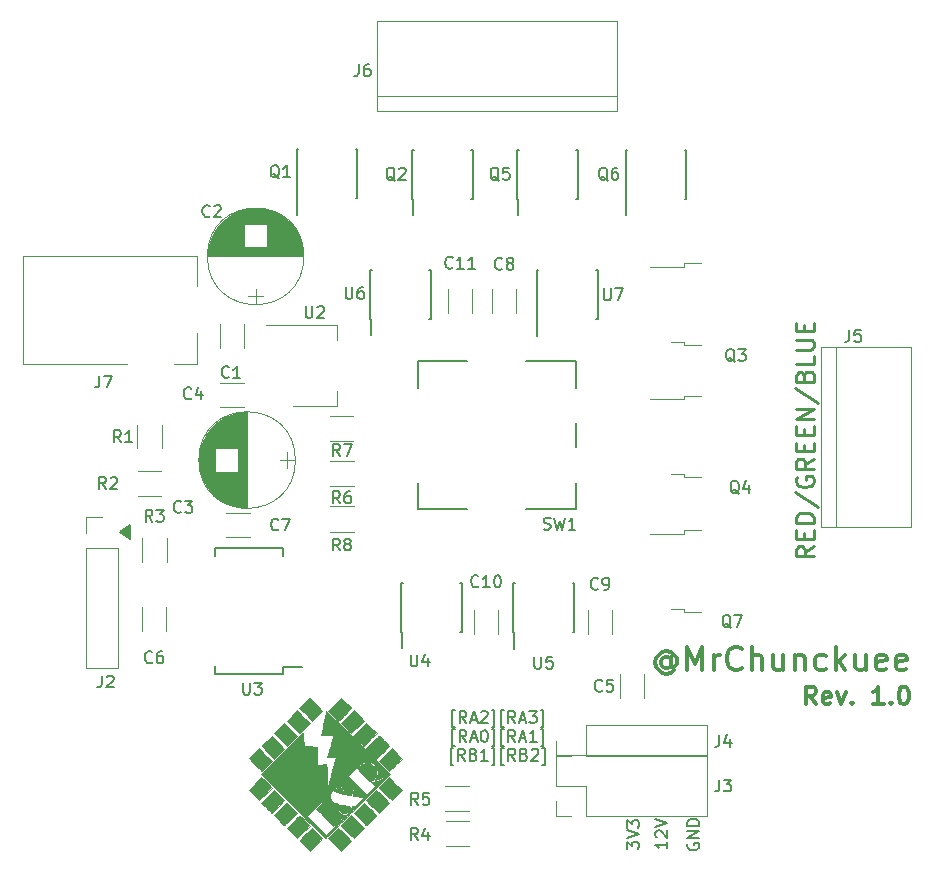
<source format=gto>
G04 #@! TF.GenerationSoftware,KiCad,Pcbnew,(5.0.0)*
G04 #@! TF.CreationDate,2020-03-26T00:34:20-06:00*
G04 #@! TF.ProjectId,RGB_LEDController,5247425F4C4544436F6E74726F6C6C65,rev?*
G04 #@! TF.SameCoordinates,Original*
G04 #@! TF.FileFunction,Legend,Top*
G04 #@! TF.FilePolarity,Positive*
%FSLAX46Y46*%
G04 Gerber Fmt 4.6, Leading zero omitted, Abs format (unit mm)*
G04 Created by KiCad (PCBNEW (5.0.0)) date 03/26/20 00:34:20*
%MOMM*%
%LPD*%
G01*
G04 APERTURE LIST*
%ADD10C,0.150000*%
%ADD11C,0.250000*%
%ADD12C,0.300000*%
%ADD13C,0.200000*%
%ADD14C,0.120000*%
%ADD15C,0.010000*%
G04 APERTURE END LIST*
D10*
X132238095Y-113785714D02*
X132000000Y-113785714D01*
X132000000Y-112357142D01*
X132238095Y-112357142D01*
X133190476Y-113452380D02*
X132857142Y-112976190D01*
X132619047Y-113452380D02*
X132619047Y-112452380D01*
X133000000Y-112452380D01*
X133095238Y-112500000D01*
X133142857Y-112547619D01*
X133190476Y-112642857D01*
X133190476Y-112785714D01*
X133142857Y-112880952D01*
X133095238Y-112928571D01*
X133000000Y-112976190D01*
X132619047Y-112976190D01*
X133952380Y-112928571D02*
X134095238Y-112976190D01*
X134142857Y-113023809D01*
X134190476Y-113119047D01*
X134190476Y-113261904D01*
X134142857Y-113357142D01*
X134095238Y-113404761D01*
X134000000Y-113452380D01*
X133619047Y-113452380D01*
X133619047Y-112452380D01*
X133952380Y-112452380D01*
X134047619Y-112500000D01*
X134095238Y-112547619D01*
X134142857Y-112642857D01*
X134142857Y-112738095D01*
X134095238Y-112833333D01*
X134047619Y-112880952D01*
X133952380Y-112928571D01*
X133619047Y-112928571D01*
X135142857Y-113452380D02*
X134571428Y-113452380D01*
X134857142Y-113452380D02*
X134857142Y-112452380D01*
X134761904Y-112595238D01*
X134666666Y-112690476D01*
X134571428Y-112738095D01*
X135476190Y-113785714D02*
X135714285Y-113785714D01*
X135714285Y-112357142D01*
X135476190Y-112357142D01*
X136523809Y-113785714D02*
X136285714Y-113785714D01*
X136285714Y-112357142D01*
X136523809Y-112357142D01*
X137476190Y-113452380D02*
X137142857Y-112976190D01*
X136904761Y-113452380D02*
X136904761Y-112452380D01*
X137285714Y-112452380D01*
X137380952Y-112500000D01*
X137428571Y-112547619D01*
X137476190Y-112642857D01*
X137476190Y-112785714D01*
X137428571Y-112880952D01*
X137380952Y-112928571D01*
X137285714Y-112976190D01*
X136904761Y-112976190D01*
X138238095Y-112928571D02*
X138380952Y-112976190D01*
X138428571Y-113023809D01*
X138476190Y-113119047D01*
X138476190Y-113261904D01*
X138428571Y-113357142D01*
X138380952Y-113404761D01*
X138285714Y-113452380D01*
X137904761Y-113452380D01*
X137904761Y-112452380D01*
X138238095Y-112452380D01*
X138333333Y-112500000D01*
X138380952Y-112547619D01*
X138428571Y-112642857D01*
X138428571Y-112738095D01*
X138380952Y-112833333D01*
X138333333Y-112880952D01*
X138238095Y-112928571D01*
X137904761Y-112928571D01*
X138857142Y-112547619D02*
X138904761Y-112500000D01*
X139000000Y-112452380D01*
X139238095Y-112452380D01*
X139333333Y-112500000D01*
X139380952Y-112547619D01*
X139428571Y-112642857D01*
X139428571Y-112738095D01*
X139380952Y-112880952D01*
X138809523Y-113452380D01*
X139428571Y-113452380D01*
X139761904Y-113785714D02*
X140000000Y-113785714D01*
X140000000Y-112357142D01*
X139761904Y-112357142D01*
X132380952Y-112185714D02*
X132142857Y-112185714D01*
X132142857Y-110757142D01*
X132380952Y-110757142D01*
X133333333Y-111852380D02*
X133000000Y-111376190D01*
X132761904Y-111852380D02*
X132761904Y-110852380D01*
X133142857Y-110852380D01*
X133238095Y-110900000D01*
X133285714Y-110947619D01*
X133333333Y-111042857D01*
X133333333Y-111185714D01*
X133285714Y-111280952D01*
X133238095Y-111328571D01*
X133142857Y-111376190D01*
X132761904Y-111376190D01*
X133714285Y-111566666D02*
X134190476Y-111566666D01*
X133619047Y-111852380D02*
X133952380Y-110852380D01*
X134285714Y-111852380D01*
X134809523Y-110852380D02*
X134904761Y-110852380D01*
X135000000Y-110900000D01*
X135047619Y-110947619D01*
X135095238Y-111042857D01*
X135142857Y-111233333D01*
X135142857Y-111471428D01*
X135095238Y-111661904D01*
X135047619Y-111757142D01*
X135000000Y-111804761D01*
X134904761Y-111852380D01*
X134809523Y-111852380D01*
X134714285Y-111804761D01*
X134666666Y-111757142D01*
X134619047Y-111661904D01*
X134571428Y-111471428D01*
X134571428Y-111233333D01*
X134619047Y-111042857D01*
X134666666Y-110947619D01*
X134714285Y-110900000D01*
X134809523Y-110852380D01*
X135476190Y-112185714D02*
X135714285Y-112185714D01*
X135714285Y-110757142D01*
X135476190Y-110757142D01*
X136523809Y-112185714D02*
X136285714Y-112185714D01*
X136285714Y-110757142D01*
X136523809Y-110757142D01*
X137476190Y-111852380D02*
X137142857Y-111376190D01*
X136904761Y-111852380D02*
X136904761Y-110852380D01*
X137285714Y-110852380D01*
X137380952Y-110900000D01*
X137428571Y-110947619D01*
X137476190Y-111042857D01*
X137476190Y-111185714D01*
X137428571Y-111280952D01*
X137380952Y-111328571D01*
X137285714Y-111376190D01*
X136904761Y-111376190D01*
X137857142Y-111566666D02*
X138333333Y-111566666D01*
X137761904Y-111852380D02*
X138095238Y-110852380D01*
X138428571Y-111852380D01*
X139285714Y-111852380D02*
X138714285Y-111852380D01*
X139000000Y-111852380D02*
X139000000Y-110852380D01*
X138904761Y-110995238D01*
X138809523Y-111090476D01*
X138714285Y-111138095D01*
X139619047Y-112185714D02*
X139857142Y-112185714D01*
X139857142Y-110757142D01*
X139619047Y-110757142D01*
X132380952Y-110585714D02*
X132142857Y-110585714D01*
X132142857Y-109157142D01*
X132380952Y-109157142D01*
X133333333Y-110252380D02*
X133000000Y-109776190D01*
X132761904Y-110252380D02*
X132761904Y-109252380D01*
X133142857Y-109252380D01*
X133238095Y-109300000D01*
X133285714Y-109347619D01*
X133333333Y-109442857D01*
X133333333Y-109585714D01*
X133285714Y-109680952D01*
X133238095Y-109728571D01*
X133142857Y-109776190D01*
X132761904Y-109776190D01*
X133714285Y-109966666D02*
X134190476Y-109966666D01*
X133619047Y-110252380D02*
X133952380Y-109252380D01*
X134285714Y-110252380D01*
X134571428Y-109347619D02*
X134619047Y-109300000D01*
X134714285Y-109252380D01*
X134952380Y-109252380D01*
X135047619Y-109300000D01*
X135095238Y-109347619D01*
X135142857Y-109442857D01*
X135142857Y-109538095D01*
X135095238Y-109680952D01*
X134523809Y-110252380D01*
X135142857Y-110252380D01*
X135476190Y-110585714D02*
X135714285Y-110585714D01*
X135714285Y-109157142D01*
X135476190Y-109157142D01*
X136523809Y-110585714D02*
X136285714Y-110585714D01*
X136285714Y-109157142D01*
X136523809Y-109157142D01*
X137476190Y-110252380D02*
X137142857Y-109776190D01*
X136904761Y-110252380D02*
X136904761Y-109252380D01*
X137285714Y-109252380D01*
X137380952Y-109300000D01*
X137428571Y-109347619D01*
X137476190Y-109442857D01*
X137476190Y-109585714D01*
X137428571Y-109680952D01*
X137380952Y-109728571D01*
X137285714Y-109776190D01*
X136904761Y-109776190D01*
X137857142Y-109966666D02*
X138333333Y-109966666D01*
X137761904Y-110252380D02*
X138095238Y-109252380D01*
X138428571Y-110252380D01*
X138666666Y-109252380D02*
X139285714Y-109252380D01*
X138952380Y-109633333D01*
X139095238Y-109633333D01*
X139190476Y-109680952D01*
X139238095Y-109728571D01*
X139285714Y-109823809D01*
X139285714Y-110061904D01*
X139238095Y-110157142D01*
X139190476Y-110204761D01*
X139095238Y-110252380D01*
X138809523Y-110252380D01*
X138714285Y-110204761D01*
X138666666Y-110157142D01*
X139619047Y-110585714D02*
X139857142Y-110585714D01*
X139857142Y-109157142D01*
X139619047Y-109157142D01*
D11*
X162738571Y-95300000D02*
X162024285Y-95800000D01*
X162738571Y-96157142D02*
X161238571Y-96157142D01*
X161238571Y-95585714D01*
X161310000Y-95442857D01*
X161381428Y-95371428D01*
X161524285Y-95300000D01*
X161738571Y-95300000D01*
X161881428Y-95371428D01*
X161952857Y-95442857D01*
X162024285Y-95585714D01*
X162024285Y-96157142D01*
X161952857Y-94657142D02*
X161952857Y-94157142D01*
X162738571Y-93942857D02*
X162738571Y-94657142D01*
X161238571Y-94657142D01*
X161238571Y-93942857D01*
X162738571Y-93300000D02*
X161238571Y-93300000D01*
X161238571Y-92942857D01*
X161310000Y-92728571D01*
X161452857Y-92585714D01*
X161595714Y-92514285D01*
X161881428Y-92442857D01*
X162095714Y-92442857D01*
X162381428Y-92514285D01*
X162524285Y-92585714D01*
X162667142Y-92728571D01*
X162738571Y-92942857D01*
X162738571Y-93300000D01*
X161167142Y-90728571D02*
X163095714Y-92014285D01*
X161310000Y-89442857D02*
X161238571Y-89585714D01*
X161238571Y-89800000D01*
X161310000Y-90014285D01*
X161452857Y-90157142D01*
X161595714Y-90228571D01*
X161881428Y-90300000D01*
X162095714Y-90300000D01*
X162381428Y-90228571D01*
X162524285Y-90157142D01*
X162667142Y-90014285D01*
X162738571Y-89800000D01*
X162738571Y-89657142D01*
X162667142Y-89442857D01*
X162595714Y-89371428D01*
X162095714Y-89371428D01*
X162095714Y-89657142D01*
X162738571Y-87871428D02*
X162024285Y-88371428D01*
X162738571Y-88728571D02*
X161238571Y-88728571D01*
X161238571Y-88157142D01*
X161310000Y-88014285D01*
X161381428Y-87942857D01*
X161524285Y-87871428D01*
X161738571Y-87871428D01*
X161881428Y-87942857D01*
X161952857Y-88014285D01*
X162024285Y-88157142D01*
X162024285Y-88728571D01*
X161952857Y-87228571D02*
X161952857Y-86728571D01*
X162738571Y-86514285D02*
X162738571Y-87228571D01*
X161238571Y-87228571D01*
X161238571Y-86514285D01*
X161952857Y-85871428D02*
X161952857Y-85371428D01*
X162738571Y-85157142D02*
X162738571Y-85871428D01*
X161238571Y-85871428D01*
X161238571Y-85157142D01*
X162738571Y-84514285D02*
X161238571Y-84514285D01*
X162738571Y-83657142D01*
X161238571Y-83657142D01*
X161167142Y-81871428D02*
X163095714Y-83157142D01*
X161952857Y-80871428D02*
X162024285Y-80657142D01*
X162095714Y-80585714D01*
X162238571Y-80514285D01*
X162452857Y-80514285D01*
X162595714Y-80585714D01*
X162667142Y-80657142D01*
X162738571Y-80800000D01*
X162738571Y-81371428D01*
X161238571Y-81371428D01*
X161238571Y-80871428D01*
X161310000Y-80728571D01*
X161381428Y-80657142D01*
X161524285Y-80585714D01*
X161667142Y-80585714D01*
X161810000Y-80657142D01*
X161881428Y-80728571D01*
X161952857Y-80871428D01*
X161952857Y-81371428D01*
X162738571Y-79157142D02*
X162738571Y-79871428D01*
X161238571Y-79871428D01*
X161238571Y-78657142D02*
X162452857Y-78657142D01*
X162595714Y-78585714D01*
X162667142Y-78514285D01*
X162738571Y-78371428D01*
X162738571Y-78085714D01*
X162667142Y-77942857D01*
X162595714Y-77871428D01*
X162452857Y-77800000D01*
X161238571Y-77800000D01*
X161952857Y-77085714D02*
X161952857Y-76585714D01*
X162738571Y-76371428D02*
X162738571Y-77085714D01*
X161238571Y-77085714D01*
X161238571Y-76371428D01*
D10*
X152100000Y-120471904D02*
X152052380Y-120567142D01*
X152052380Y-120710000D01*
X152100000Y-120852857D01*
X152195238Y-120948095D01*
X152290476Y-120995714D01*
X152480952Y-121043333D01*
X152623809Y-121043333D01*
X152814285Y-120995714D01*
X152909523Y-120948095D01*
X153004761Y-120852857D01*
X153052380Y-120710000D01*
X153052380Y-120614761D01*
X153004761Y-120471904D01*
X152957142Y-120424285D01*
X152623809Y-120424285D01*
X152623809Y-120614761D01*
X153052380Y-119995714D02*
X152052380Y-119995714D01*
X153052380Y-119424285D01*
X152052380Y-119424285D01*
X153052380Y-118948095D02*
X152052380Y-118948095D01*
X152052380Y-118710000D01*
X152100000Y-118567142D01*
X152195238Y-118471904D01*
X152290476Y-118424285D01*
X152480952Y-118376666D01*
X152623809Y-118376666D01*
X152814285Y-118424285D01*
X152909523Y-118471904D01*
X153004761Y-118567142D01*
X153052380Y-118710000D01*
X153052380Y-118948095D01*
X150352380Y-120309047D02*
X150352380Y-120880476D01*
X150352380Y-120594761D02*
X149352380Y-120594761D01*
X149495238Y-120690000D01*
X149590476Y-120785238D01*
X149638095Y-120880476D01*
X149447619Y-119928095D02*
X149400000Y-119880476D01*
X149352380Y-119785238D01*
X149352380Y-119547142D01*
X149400000Y-119451904D01*
X149447619Y-119404285D01*
X149542857Y-119356666D01*
X149638095Y-119356666D01*
X149780952Y-119404285D01*
X150352380Y-119975714D01*
X150352380Y-119356666D01*
X149352380Y-119070952D02*
X150352380Y-118737619D01*
X149352380Y-118404285D01*
X146952380Y-120928095D02*
X146952380Y-120309047D01*
X147333333Y-120642380D01*
X147333333Y-120499523D01*
X147380952Y-120404285D01*
X147428571Y-120356666D01*
X147523809Y-120309047D01*
X147761904Y-120309047D01*
X147857142Y-120356666D01*
X147904761Y-120404285D01*
X147952380Y-120499523D01*
X147952380Y-120785238D01*
X147904761Y-120880476D01*
X147857142Y-120928095D01*
X146952380Y-120023333D02*
X147952380Y-119690000D01*
X146952380Y-119356666D01*
X146952380Y-119118571D02*
X146952380Y-118499523D01*
X147333333Y-118832857D01*
X147333333Y-118690000D01*
X147380952Y-118594761D01*
X147428571Y-118547142D01*
X147523809Y-118499523D01*
X147761904Y-118499523D01*
X147857142Y-118547142D01*
X147904761Y-118594761D01*
X147952380Y-118690000D01*
X147952380Y-118975714D01*
X147904761Y-119070952D01*
X147857142Y-119118571D01*
D12*
X162945714Y-108678571D02*
X162445714Y-107964285D01*
X162088571Y-108678571D02*
X162088571Y-107178571D01*
X162660000Y-107178571D01*
X162802857Y-107250000D01*
X162874285Y-107321428D01*
X162945714Y-107464285D01*
X162945714Y-107678571D01*
X162874285Y-107821428D01*
X162802857Y-107892857D01*
X162660000Y-107964285D01*
X162088571Y-107964285D01*
X164160000Y-108607142D02*
X164017142Y-108678571D01*
X163731428Y-108678571D01*
X163588571Y-108607142D01*
X163517142Y-108464285D01*
X163517142Y-107892857D01*
X163588571Y-107750000D01*
X163731428Y-107678571D01*
X164017142Y-107678571D01*
X164160000Y-107750000D01*
X164231428Y-107892857D01*
X164231428Y-108035714D01*
X163517142Y-108178571D01*
X164731428Y-107678571D02*
X165088571Y-108678571D01*
X165445714Y-107678571D01*
X166017142Y-108535714D02*
X166088571Y-108607142D01*
X166017142Y-108678571D01*
X165945714Y-108607142D01*
X166017142Y-108535714D01*
X166017142Y-108678571D01*
X168660000Y-108678571D02*
X167802857Y-108678571D01*
X168231428Y-108678571D02*
X168231428Y-107178571D01*
X168088571Y-107392857D01*
X167945714Y-107535714D01*
X167802857Y-107607142D01*
X169302857Y-108535714D02*
X169374285Y-108607142D01*
X169302857Y-108678571D01*
X169231428Y-108607142D01*
X169302857Y-108535714D01*
X169302857Y-108678571D01*
X170302857Y-107178571D02*
X170445714Y-107178571D01*
X170588571Y-107250000D01*
X170660000Y-107321428D01*
X170731428Y-107464285D01*
X170802857Y-107750000D01*
X170802857Y-108107142D01*
X170731428Y-108392857D01*
X170660000Y-108535714D01*
X170588571Y-108607142D01*
X170445714Y-108678571D01*
X170302857Y-108678571D01*
X170160000Y-108607142D01*
X170088571Y-108535714D01*
X170017142Y-108392857D01*
X169945714Y-108107142D01*
X169945714Y-107750000D01*
X170017142Y-107464285D01*
X170088571Y-107321428D01*
X170160000Y-107250000D01*
X170302857Y-107178571D01*
X150666666Y-104852380D02*
X150571428Y-104757142D01*
X150380952Y-104661904D01*
X150190476Y-104661904D01*
X150000000Y-104757142D01*
X149904761Y-104852380D01*
X149809523Y-105042857D01*
X149809523Y-105233333D01*
X149904761Y-105423809D01*
X150000000Y-105519047D01*
X150190476Y-105614285D01*
X150380952Y-105614285D01*
X150571428Y-105519047D01*
X150666666Y-105423809D01*
X150666666Y-104661904D02*
X150666666Y-105423809D01*
X150761904Y-105519047D01*
X150857142Y-105519047D01*
X151047619Y-105423809D01*
X151142857Y-105233333D01*
X151142857Y-104757142D01*
X150952380Y-104471428D01*
X150666666Y-104280952D01*
X150285714Y-104185714D01*
X149904761Y-104280952D01*
X149619047Y-104471428D01*
X149428571Y-104757142D01*
X149333333Y-105138095D01*
X149428571Y-105519047D01*
X149619047Y-105804761D01*
X149904761Y-105995238D01*
X150285714Y-106090476D01*
X150666666Y-105995238D01*
X150952380Y-105804761D01*
X152000000Y-105804761D02*
X152000000Y-103804761D01*
X152666666Y-105233333D01*
X153333333Y-103804761D01*
X153333333Y-105804761D01*
X154285714Y-105804761D02*
X154285714Y-104471428D01*
X154285714Y-104852380D02*
X154380952Y-104661904D01*
X154476190Y-104566666D01*
X154666666Y-104471428D01*
X154857142Y-104471428D01*
X156666666Y-105614285D02*
X156571428Y-105709523D01*
X156285714Y-105804761D01*
X156095238Y-105804761D01*
X155809523Y-105709523D01*
X155619047Y-105519047D01*
X155523809Y-105328571D01*
X155428571Y-104947619D01*
X155428571Y-104661904D01*
X155523809Y-104280952D01*
X155619047Y-104090476D01*
X155809523Y-103900000D01*
X156095238Y-103804761D01*
X156285714Y-103804761D01*
X156571428Y-103900000D01*
X156666666Y-103995238D01*
X157523809Y-105804761D02*
X157523809Y-103804761D01*
X158380952Y-105804761D02*
X158380952Y-104757142D01*
X158285714Y-104566666D01*
X158095238Y-104471428D01*
X157809523Y-104471428D01*
X157619047Y-104566666D01*
X157523809Y-104661904D01*
X160190476Y-104471428D02*
X160190476Y-105804761D01*
X159333333Y-104471428D02*
X159333333Y-105519047D01*
X159428571Y-105709523D01*
X159619047Y-105804761D01*
X159904761Y-105804761D01*
X160095238Y-105709523D01*
X160190476Y-105614285D01*
X161142857Y-104471428D02*
X161142857Y-105804761D01*
X161142857Y-104661904D02*
X161238095Y-104566666D01*
X161428571Y-104471428D01*
X161714285Y-104471428D01*
X161904761Y-104566666D01*
X162000000Y-104757142D01*
X162000000Y-105804761D01*
X163809523Y-105709523D02*
X163619047Y-105804761D01*
X163238095Y-105804761D01*
X163047619Y-105709523D01*
X162952380Y-105614285D01*
X162857142Y-105423809D01*
X162857142Y-104852380D01*
X162952380Y-104661904D01*
X163047619Y-104566666D01*
X163238095Y-104471428D01*
X163619047Y-104471428D01*
X163809523Y-104566666D01*
X164666666Y-105804761D02*
X164666666Y-103804761D01*
X164857142Y-105042857D02*
X165428571Y-105804761D01*
X165428571Y-104471428D02*
X164666666Y-105233333D01*
X167142857Y-104471428D02*
X167142857Y-105804761D01*
X166285714Y-104471428D02*
X166285714Y-105519047D01*
X166380952Y-105709523D01*
X166571428Y-105804761D01*
X166857142Y-105804761D01*
X167047619Y-105709523D01*
X167142857Y-105614285D01*
X168857142Y-105709523D02*
X168666666Y-105804761D01*
X168285714Y-105804761D01*
X168095238Y-105709523D01*
X168000000Y-105519047D01*
X168000000Y-104757142D01*
X168095238Y-104566666D01*
X168285714Y-104471428D01*
X168666666Y-104471428D01*
X168857142Y-104566666D01*
X168952380Y-104757142D01*
X168952380Y-104947619D01*
X168000000Y-105138095D01*
X170571428Y-105709523D02*
X170380952Y-105804761D01*
X170000000Y-105804761D01*
X169809523Y-105709523D01*
X169714285Y-105519047D01*
X169714285Y-104757142D01*
X169809523Y-104566666D01*
X170000000Y-104471428D01*
X170380952Y-104471428D01*
X170571428Y-104566666D01*
X170666666Y-104757142D01*
X170666666Y-104947619D01*
X169714285Y-105138095D01*
D13*
X104900000Y-93500000D02*
X104900000Y-93900000D01*
X104000000Y-94100000D02*
X104900000Y-93500000D01*
X104900000Y-94700000D02*
X104000000Y-94100000D01*
X104900000Y-93600000D02*
X104900000Y-94700000D01*
X104100000Y-94100000D02*
X104900000Y-93600000D01*
X104900000Y-94600000D02*
X104100000Y-94100000D01*
X104900000Y-93700000D02*
X104900000Y-94600000D01*
X104100000Y-94100000D02*
X104800000Y-93800000D01*
X104800000Y-94400000D02*
X104100000Y-94100000D01*
X104800000Y-93800000D02*
X104800000Y-94400000D01*
X104600000Y-94100000D02*
X104500000Y-94100000D01*
X104700000Y-93900000D02*
X104600000Y-94100000D01*
X104200000Y-94100000D02*
X104700000Y-93900000D01*
X104700000Y-94300000D02*
X104200000Y-94100000D01*
X104700000Y-93900000D02*
X104700000Y-94300000D01*
D14*
G04 #@! TO.C,Q4*
X151730000Y-89180000D02*
X150630000Y-89180000D01*
X151730000Y-89450000D02*
X151730000Y-89180000D01*
X153230000Y-89450000D02*
X151730000Y-89450000D01*
X151730000Y-82820000D02*
X148900000Y-82820000D01*
X151730000Y-82550000D02*
X151730000Y-82820000D01*
X153230000Y-82550000D02*
X151730000Y-82550000D01*
G04 #@! TO.C,C1*
X112480000Y-76500000D02*
X112480000Y-78500000D01*
X114520000Y-78500000D02*
X114520000Y-76500000D01*
G04 #@! TO.C,C3*
X118130000Y-88650000D02*
X118130000Y-87350000D01*
X118730000Y-88000000D02*
X117530000Y-88000000D01*
X110699000Y-88246000D02*
X110699000Y-87754000D01*
X110739000Y-88598000D02*
X110739000Y-87402000D01*
X110779000Y-88814000D02*
X110779000Y-87186000D01*
X110819000Y-88983000D02*
X110819000Y-87017000D01*
X110859000Y-89127000D02*
X110859000Y-86873000D01*
X110899000Y-89254000D02*
X110899000Y-86746000D01*
X110939000Y-89369000D02*
X110939000Y-86631000D01*
X110979000Y-89473000D02*
X110979000Y-86527000D01*
X111019000Y-89570000D02*
X111019000Y-86430000D01*
X111059000Y-89660000D02*
X111059000Y-86340000D01*
X111099000Y-89745000D02*
X111099000Y-86255000D01*
X111139000Y-89826000D02*
X111139000Y-86174000D01*
X111179000Y-89902000D02*
X111179000Y-86098000D01*
X111219000Y-89974000D02*
X111219000Y-86026000D01*
X111259000Y-90043000D02*
X111259000Y-85957000D01*
X111299000Y-90109000D02*
X111299000Y-85891000D01*
X111339000Y-90173000D02*
X111339000Y-85827000D01*
X111379000Y-90234000D02*
X111379000Y-85766000D01*
X111419000Y-90293000D02*
X111419000Y-85707000D01*
X111459000Y-90349000D02*
X111459000Y-85651000D01*
X111499000Y-90404000D02*
X111499000Y-85596000D01*
X111539000Y-90457000D02*
X111539000Y-85543000D01*
X111579000Y-90508000D02*
X111579000Y-85492000D01*
X111619000Y-90557000D02*
X111619000Y-85443000D01*
X111659000Y-90605000D02*
X111659000Y-85395000D01*
X111699000Y-90652000D02*
X111699000Y-85348000D01*
X111739000Y-90697000D02*
X111739000Y-85303000D01*
X111779000Y-90740000D02*
X111779000Y-85260000D01*
X111819000Y-90783000D02*
X111819000Y-85217000D01*
X111859000Y-90824000D02*
X111859000Y-85176000D01*
X111899000Y-90865000D02*
X111899000Y-85135000D01*
X111939000Y-90904000D02*
X111939000Y-85096000D01*
X111979000Y-90942000D02*
X111979000Y-85058000D01*
X112019000Y-90979000D02*
X112019000Y-85021000D01*
X112059000Y-87020000D02*
X112059000Y-84985000D01*
X112059000Y-91015000D02*
X112059000Y-88980000D01*
X112099000Y-87020000D02*
X112099000Y-84950000D01*
X112099000Y-91050000D02*
X112099000Y-88980000D01*
X112139000Y-87020000D02*
X112139000Y-84916000D01*
X112139000Y-91084000D02*
X112139000Y-88980000D01*
X112179000Y-87020000D02*
X112179000Y-84882000D01*
X112179000Y-91118000D02*
X112179000Y-88980000D01*
X112219000Y-87020000D02*
X112219000Y-84850000D01*
X112219000Y-91150000D02*
X112219000Y-88980000D01*
X112259000Y-87020000D02*
X112259000Y-84818000D01*
X112259000Y-91182000D02*
X112259000Y-88980000D01*
X112299000Y-87020000D02*
X112299000Y-84787000D01*
X112299000Y-91213000D02*
X112299000Y-88980000D01*
X112339000Y-87020000D02*
X112339000Y-84757000D01*
X112339000Y-91243000D02*
X112339000Y-88980000D01*
X112379000Y-87020000D02*
X112379000Y-84728000D01*
X112379000Y-91272000D02*
X112379000Y-88980000D01*
X112419000Y-87020000D02*
X112419000Y-84699000D01*
X112419000Y-91301000D02*
X112419000Y-88980000D01*
X112459000Y-87020000D02*
X112459000Y-84671000D01*
X112459000Y-91329000D02*
X112459000Y-88980000D01*
X112499000Y-87020000D02*
X112499000Y-84644000D01*
X112499000Y-91356000D02*
X112499000Y-88980000D01*
X112539000Y-87020000D02*
X112539000Y-84617000D01*
X112539000Y-91383000D02*
X112539000Y-88980000D01*
X112579000Y-87020000D02*
X112579000Y-84592000D01*
X112579000Y-91408000D02*
X112579000Y-88980000D01*
X112619000Y-87020000D02*
X112619000Y-84566000D01*
X112619000Y-91434000D02*
X112619000Y-88980000D01*
X112659000Y-87020000D02*
X112659000Y-84542000D01*
X112659000Y-91458000D02*
X112659000Y-88980000D01*
X112699000Y-87020000D02*
X112699000Y-84518000D01*
X112699000Y-91482000D02*
X112699000Y-88980000D01*
X112739000Y-87020000D02*
X112739000Y-84495000D01*
X112739000Y-91505000D02*
X112739000Y-88980000D01*
X112779000Y-87020000D02*
X112779000Y-84472000D01*
X112779000Y-91528000D02*
X112779000Y-88980000D01*
X112819000Y-87020000D02*
X112819000Y-84450000D01*
X112819000Y-91550000D02*
X112819000Y-88980000D01*
X112859000Y-87020000D02*
X112859000Y-84428000D01*
X112859000Y-91572000D02*
X112859000Y-88980000D01*
X112899000Y-87020000D02*
X112899000Y-84407000D01*
X112899000Y-91593000D02*
X112899000Y-88980000D01*
X112939000Y-87020000D02*
X112939000Y-84387000D01*
X112939000Y-91613000D02*
X112939000Y-88980000D01*
X112979000Y-87020000D02*
X112979000Y-84367000D01*
X112979000Y-91633000D02*
X112979000Y-88980000D01*
X113019000Y-87020000D02*
X113019000Y-84348000D01*
X113019000Y-91652000D02*
X113019000Y-88980000D01*
X113059000Y-87020000D02*
X113059000Y-84329000D01*
X113059000Y-91671000D02*
X113059000Y-88980000D01*
X113099000Y-87020000D02*
X113099000Y-84310000D01*
X113099000Y-91690000D02*
X113099000Y-88980000D01*
X113139000Y-87020000D02*
X113139000Y-84293000D01*
X113139000Y-91707000D02*
X113139000Y-88980000D01*
X113179000Y-87020000D02*
X113179000Y-84275000D01*
X113179000Y-91725000D02*
X113179000Y-88980000D01*
X113219000Y-87020000D02*
X113219000Y-84259000D01*
X113219000Y-91741000D02*
X113219000Y-88980000D01*
X113259000Y-87020000D02*
X113259000Y-84242000D01*
X113259000Y-91758000D02*
X113259000Y-88980000D01*
X113299000Y-87020000D02*
X113299000Y-84227000D01*
X113299000Y-91773000D02*
X113299000Y-88980000D01*
X113339000Y-87020000D02*
X113339000Y-84211000D01*
X113339000Y-91789000D02*
X113339000Y-88980000D01*
X113379000Y-87020000D02*
X113379000Y-84197000D01*
X113379000Y-91803000D02*
X113379000Y-88980000D01*
X113419000Y-87020000D02*
X113419000Y-84182000D01*
X113419000Y-91818000D02*
X113419000Y-88980000D01*
X113459000Y-87020000D02*
X113459000Y-84168000D01*
X113459000Y-91832000D02*
X113459000Y-88980000D01*
X113499000Y-87020000D02*
X113499000Y-84155000D01*
X113499000Y-91845000D02*
X113499000Y-88980000D01*
X113539000Y-87020000D02*
X113539000Y-84142000D01*
X113539000Y-91858000D02*
X113539000Y-88980000D01*
X113579000Y-87020000D02*
X113579000Y-84130000D01*
X113579000Y-91870000D02*
X113579000Y-88980000D01*
X113619000Y-87020000D02*
X113619000Y-84117000D01*
X113619000Y-91883000D02*
X113619000Y-88980000D01*
X113659000Y-87020000D02*
X113659000Y-84106000D01*
X113659000Y-91894000D02*
X113659000Y-88980000D01*
X113699000Y-87020000D02*
X113699000Y-84095000D01*
X113699000Y-91905000D02*
X113699000Y-88980000D01*
X113739000Y-87020000D02*
X113739000Y-84084000D01*
X113739000Y-91916000D02*
X113739000Y-88980000D01*
X113779000Y-87020000D02*
X113779000Y-84074000D01*
X113779000Y-91926000D02*
X113779000Y-88980000D01*
X113819000Y-87020000D02*
X113819000Y-84064000D01*
X113819000Y-91936000D02*
X113819000Y-88980000D01*
X113859000Y-87020000D02*
X113859000Y-84054000D01*
X113859000Y-91946000D02*
X113859000Y-88980000D01*
X113899000Y-87020000D02*
X113899000Y-84045000D01*
X113899000Y-91955000D02*
X113899000Y-88980000D01*
X113939000Y-87020000D02*
X113939000Y-84037000D01*
X113939000Y-91963000D02*
X113939000Y-88980000D01*
X113979000Y-87020000D02*
X113979000Y-84029000D01*
X113979000Y-91971000D02*
X113979000Y-88980000D01*
X114019000Y-91979000D02*
X114019000Y-84021000D01*
X114059000Y-91987000D02*
X114059000Y-84013000D01*
X114100000Y-91994000D02*
X114100000Y-84006000D01*
X114140000Y-92000000D02*
X114140000Y-84000000D01*
X114180000Y-92006000D02*
X114180000Y-83994000D01*
X114220000Y-92012000D02*
X114220000Y-83988000D01*
X114260000Y-92017000D02*
X114260000Y-83983000D01*
X114300000Y-92022000D02*
X114300000Y-83978000D01*
X114340000Y-92027000D02*
X114340000Y-83973000D01*
X114380000Y-92031000D02*
X114380000Y-83969000D01*
X114420000Y-92035000D02*
X114420000Y-83965000D01*
X114460000Y-92038000D02*
X114460000Y-83962000D01*
X114500000Y-92041000D02*
X114500000Y-83959000D01*
X114540000Y-92043000D02*
X114540000Y-83957000D01*
X114580000Y-92046000D02*
X114580000Y-83954000D01*
X114620000Y-92047000D02*
X114620000Y-83953000D01*
X114660000Y-92049000D02*
X114660000Y-83951000D01*
X114700000Y-92050000D02*
X114700000Y-83950000D01*
X114740000Y-92050000D02*
X114740000Y-83950000D01*
X114780000Y-92050000D02*
X114780000Y-83950000D01*
X118870000Y-88000000D02*
G75*
G03X118870000Y-88000000I-4090000J0D01*
G01*
G04 #@! TO.C,C4*
X112500000Y-83520000D02*
X114500000Y-83520000D01*
X114500000Y-81480000D02*
X112500000Y-81480000D01*
G04 #@! TO.C,C5*
X148360000Y-108150000D02*
X148360000Y-106150000D01*
X146320000Y-106150000D02*
X146320000Y-108150000D01*
G04 #@! TO.C,C6*
X107920000Y-102430000D02*
X107920000Y-100430000D01*
X105880000Y-100430000D02*
X105880000Y-102430000D01*
G04 #@! TO.C,C7*
X115000000Y-92480000D02*
X113000000Y-92480000D01*
X113000000Y-94520000D02*
X115000000Y-94520000D01*
G04 #@! TO.C,C8*
X135540000Y-73520000D02*
X135540000Y-75520000D01*
X137580000Y-75520000D02*
X137580000Y-73520000D01*
G04 #@! TO.C,C9*
X145670000Y-102720000D02*
X145670000Y-100720000D01*
X143630000Y-100720000D02*
X143630000Y-102720000D01*
G04 #@! TO.C,C10*
X136030000Y-102710000D02*
X136030000Y-100710000D01*
X133990000Y-100710000D02*
X133990000Y-102710000D01*
G04 #@! TO.C,J2*
X101160000Y-92820000D02*
X102490000Y-92820000D01*
X101160000Y-94150000D02*
X101160000Y-92820000D01*
X101160000Y-95420000D02*
X103820000Y-95420000D01*
X103820000Y-95420000D02*
X103820000Y-105640000D01*
X101160000Y-95420000D02*
X101160000Y-105640000D01*
X101160000Y-105640000D02*
X103820000Y-105640000D01*
G04 #@! TO.C,Q3*
X153230000Y-71350000D02*
X151730000Y-71350000D01*
X151730000Y-71350000D02*
X151730000Y-71620000D01*
X151730000Y-71620000D02*
X148900000Y-71620000D01*
X153230000Y-78250000D02*
X151730000Y-78250000D01*
X151730000Y-78250000D02*
X151730000Y-77980000D01*
X151730000Y-77980000D02*
X150630000Y-77980000D01*
G04 #@! TO.C,R1*
X105430000Y-87000000D02*
X105430000Y-85000000D01*
X107570000Y-85000000D02*
X107570000Y-87000000D01*
G04 #@! TO.C,R2*
X105500000Y-88930000D02*
X107500000Y-88930000D01*
X107500000Y-91070000D02*
X105500000Y-91070000D01*
G04 #@! TO.C,R3*
X105850000Y-96610000D02*
X105850000Y-94610000D01*
X107990000Y-94610000D02*
X107990000Y-96610000D01*
G04 #@! TO.C,R4*
X133600000Y-120700000D02*
X131600000Y-120700000D01*
X131600000Y-118560000D02*
X133600000Y-118560000D01*
G04 #@! TO.C,R5*
X131570000Y-115570000D02*
X133570000Y-115570000D01*
X133570000Y-117710000D02*
X131570000Y-117710000D01*
G04 #@! TO.C,R6*
X121790000Y-88080000D02*
X123790000Y-88080000D01*
X123790000Y-90220000D02*
X121790000Y-90220000D01*
D10*
G04 #@! TO.C,SW1*
X142610000Y-79650000D02*
X142610000Y-81900000D01*
X142610000Y-79650000D02*
X138410000Y-79650000D01*
X142610000Y-89900000D02*
X142610000Y-92150000D01*
X142610000Y-92150000D02*
X138410000Y-92150000D01*
X133410000Y-92150000D02*
X129210000Y-92150000D01*
X129210000Y-92150000D02*
X129210000Y-89900000D01*
X133410000Y-79650000D02*
X129210000Y-79650000D01*
X129210000Y-79650000D02*
X129210000Y-81900000D01*
X142610000Y-84900000D02*
X142610000Y-86900000D01*
D14*
G04 #@! TO.C,U2*
X116400000Y-76590000D02*
X122410000Y-76590000D01*
X118650000Y-83410000D02*
X122410000Y-83410000D01*
X122410000Y-76590000D02*
X122410000Y-77850000D01*
X122410000Y-83410000D02*
X122410000Y-82150000D01*
D10*
G04 #@! TO.C,U4*
X127875000Y-102535000D02*
X127875000Y-103935000D01*
X132975000Y-102535000D02*
X132975000Y-98385000D01*
X127825000Y-102535000D02*
X127825000Y-98385000D01*
X132975000Y-102535000D02*
X132830000Y-102535000D01*
X132975000Y-98385000D02*
X132830000Y-98385000D01*
X127825000Y-98385000D02*
X127970000Y-98385000D01*
X127825000Y-102535000D02*
X127875000Y-102535000D01*
G04 #@! TO.C,U5*
X137325000Y-102575000D02*
X137375000Y-102575000D01*
X137325000Y-98425000D02*
X137470000Y-98425000D01*
X142475000Y-98425000D02*
X142330000Y-98425000D01*
X142475000Y-102575000D02*
X142330000Y-102575000D01*
X137325000Y-102575000D02*
X137325000Y-98425000D01*
X142475000Y-102575000D02*
X142475000Y-98425000D01*
X137375000Y-102575000D02*
X137375000Y-103975000D01*
G04 #@! TO.C,U6*
X125185000Y-76025000D02*
X125235000Y-76025000D01*
X125185000Y-71875000D02*
X125330000Y-71875000D01*
X130335000Y-71875000D02*
X130190000Y-71875000D01*
X130335000Y-76025000D02*
X130190000Y-76025000D01*
X125185000Y-76025000D02*
X125185000Y-71875000D01*
X130335000Y-76025000D02*
X130335000Y-71875000D01*
X125235000Y-76025000D02*
X125235000Y-77425000D01*
D14*
G04 #@! TO.C,C2*
X114850000Y-74100000D02*
X116150000Y-74100000D01*
X115500000Y-74700000D02*
X115500000Y-73500000D01*
X115254000Y-66669000D02*
X115746000Y-66669000D01*
X114902000Y-66709000D02*
X116098000Y-66709000D01*
X114686000Y-66749000D02*
X116314000Y-66749000D01*
X114517000Y-66789000D02*
X116483000Y-66789000D01*
X114373000Y-66829000D02*
X116627000Y-66829000D01*
X114246000Y-66869000D02*
X116754000Y-66869000D01*
X114131000Y-66909000D02*
X116869000Y-66909000D01*
X114027000Y-66949000D02*
X116973000Y-66949000D01*
X113930000Y-66989000D02*
X117070000Y-66989000D01*
X113840000Y-67029000D02*
X117160000Y-67029000D01*
X113755000Y-67069000D02*
X117245000Y-67069000D01*
X113674000Y-67109000D02*
X117326000Y-67109000D01*
X113598000Y-67149000D02*
X117402000Y-67149000D01*
X113526000Y-67189000D02*
X117474000Y-67189000D01*
X113457000Y-67229000D02*
X117543000Y-67229000D01*
X113391000Y-67269000D02*
X117609000Y-67269000D01*
X113327000Y-67309000D02*
X117673000Y-67309000D01*
X113266000Y-67349000D02*
X117734000Y-67349000D01*
X113207000Y-67389000D02*
X117793000Y-67389000D01*
X113151000Y-67429000D02*
X117849000Y-67429000D01*
X113096000Y-67469000D02*
X117904000Y-67469000D01*
X113043000Y-67509000D02*
X117957000Y-67509000D01*
X112992000Y-67549000D02*
X118008000Y-67549000D01*
X112943000Y-67589000D02*
X118057000Y-67589000D01*
X112895000Y-67629000D02*
X118105000Y-67629000D01*
X112848000Y-67669000D02*
X118152000Y-67669000D01*
X112803000Y-67709000D02*
X118197000Y-67709000D01*
X112760000Y-67749000D02*
X118240000Y-67749000D01*
X112717000Y-67789000D02*
X118283000Y-67789000D01*
X112676000Y-67829000D02*
X118324000Y-67829000D01*
X112635000Y-67869000D02*
X118365000Y-67869000D01*
X112596000Y-67909000D02*
X118404000Y-67909000D01*
X112558000Y-67949000D02*
X118442000Y-67949000D01*
X112521000Y-67989000D02*
X118479000Y-67989000D01*
X116480000Y-68029000D02*
X118515000Y-68029000D01*
X112485000Y-68029000D02*
X114520000Y-68029000D01*
X116480000Y-68069000D02*
X118550000Y-68069000D01*
X112450000Y-68069000D02*
X114520000Y-68069000D01*
X116480000Y-68109000D02*
X118584000Y-68109000D01*
X112416000Y-68109000D02*
X114520000Y-68109000D01*
X116480000Y-68149000D02*
X118618000Y-68149000D01*
X112382000Y-68149000D02*
X114520000Y-68149000D01*
X116480000Y-68189000D02*
X118650000Y-68189000D01*
X112350000Y-68189000D02*
X114520000Y-68189000D01*
X116480000Y-68229000D02*
X118682000Y-68229000D01*
X112318000Y-68229000D02*
X114520000Y-68229000D01*
X116480000Y-68269000D02*
X118713000Y-68269000D01*
X112287000Y-68269000D02*
X114520000Y-68269000D01*
X116480000Y-68309000D02*
X118743000Y-68309000D01*
X112257000Y-68309000D02*
X114520000Y-68309000D01*
X116480000Y-68349000D02*
X118772000Y-68349000D01*
X112228000Y-68349000D02*
X114520000Y-68349000D01*
X116480000Y-68389000D02*
X118801000Y-68389000D01*
X112199000Y-68389000D02*
X114520000Y-68389000D01*
X116480000Y-68429000D02*
X118829000Y-68429000D01*
X112171000Y-68429000D02*
X114520000Y-68429000D01*
X116480000Y-68469000D02*
X118856000Y-68469000D01*
X112144000Y-68469000D02*
X114520000Y-68469000D01*
X116480000Y-68509000D02*
X118883000Y-68509000D01*
X112117000Y-68509000D02*
X114520000Y-68509000D01*
X116480000Y-68549000D02*
X118908000Y-68549000D01*
X112092000Y-68549000D02*
X114520000Y-68549000D01*
X116480000Y-68589000D02*
X118934000Y-68589000D01*
X112066000Y-68589000D02*
X114520000Y-68589000D01*
X116480000Y-68629000D02*
X118958000Y-68629000D01*
X112042000Y-68629000D02*
X114520000Y-68629000D01*
X116480000Y-68669000D02*
X118982000Y-68669000D01*
X112018000Y-68669000D02*
X114520000Y-68669000D01*
X116480000Y-68709000D02*
X119005000Y-68709000D01*
X111995000Y-68709000D02*
X114520000Y-68709000D01*
X116480000Y-68749000D02*
X119028000Y-68749000D01*
X111972000Y-68749000D02*
X114520000Y-68749000D01*
X116480000Y-68789000D02*
X119050000Y-68789000D01*
X111950000Y-68789000D02*
X114520000Y-68789000D01*
X116480000Y-68829000D02*
X119072000Y-68829000D01*
X111928000Y-68829000D02*
X114520000Y-68829000D01*
X116480000Y-68869000D02*
X119093000Y-68869000D01*
X111907000Y-68869000D02*
X114520000Y-68869000D01*
X116480000Y-68909000D02*
X119113000Y-68909000D01*
X111887000Y-68909000D02*
X114520000Y-68909000D01*
X116480000Y-68949000D02*
X119133000Y-68949000D01*
X111867000Y-68949000D02*
X114520000Y-68949000D01*
X116480000Y-68989000D02*
X119152000Y-68989000D01*
X111848000Y-68989000D02*
X114520000Y-68989000D01*
X116480000Y-69029000D02*
X119171000Y-69029000D01*
X111829000Y-69029000D02*
X114520000Y-69029000D01*
X116480000Y-69069000D02*
X119190000Y-69069000D01*
X111810000Y-69069000D02*
X114520000Y-69069000D01*
X116480000Y-69109000D02*
X119207000Y-69109000D01*
X111793000Y-69109000D02*
X114520000Y-69109000D01*
X116480000Y-69149000D02*
X119225000Y-69149000D01*
X111775000Y-69149000D02*
X114520000Y-69149000D01*
X116480000Y-69189000D02*
X119241000Y-69189000D01*
X111759000Y-69189000D02*
X114520000Y-69189000D01*
X116480000Y-69229000D02*
X119258000Y-69229000D01*
X111742000Y-69229000D02*
X114520000Y-69229000D01*
X116480000Y-69269000D02*
X119273000Y-69269000D01*
X111727000Y-69269000D02*
X114520000Y-69269000D01*
X116480000Y-69309000D02*
X119289000Y-69309000D01*
X111711000Y-69309000D02*
X114520000Y-69309000D01*
X116480000Y-69349000D02*
X119303000Y-69349000D01*
X111697000Y-69349000D02*
X114520000Y-69349000D01*
X116480000Y-69389000D02*
X119318000Y-69389000D01*
X111682000Y-69389000D02*
X114520000Y-69389000D01*
X116480000Y-69429000D02*
X119332000Y-69429000D01*
X111668000Y-69429000D02*
X114520000Y-69429000D01*
X116480000Y-69469000D02*
X119345000Y-69469000D01*
X111655000Y-69469000D02*
X114520000Y-69469000D01*
X116480000Y-69509000D02*
X119358000Y-69509000D01*
X111642000Y-69509000D02*
X114520000Y-69509000D01*
X116480000Y-69549000D02*
X119370000Y-69549000D01*
X111630000Y-69549000D02*
X114520000Y-69549000D01*
X116480000Y-69589000D02*
X119383000Y-69589000D01*
X111617000Y-69589000D02*
X114520000Y-69589000D01*
X116480000Y-69629000D02*
X119394000Y-69629000D01*
X111606000Y-69629000D02*
X114520000Y-69629000D01*
X116480000Y-69669000D02*
X119405000Y-69669000D01*
X111595000Y-69669000D02*
X114520000Y-69669000D01*
X116480000Y-69709000D02*
X119416000Y-69709000D01*
X111584000Y-69709000D02*
X114520000Y-69709000D01*
X116480000Y-69749000D02*
X119426000Y-69749000D01*
X111574000Y-69749000D02*
X114520000Y-69749000D01*
X116480000Y-69789000D02*
X119436000Y-69789000D01*
X111564000Y-69789000D02*
X114520000Y-69789000D01*
X116480000Y-69829000D02*
X119446000Y-69829000D01*
X111554000Y-69829000D02*
X114520000Y-69829000D01*
X116480000Y-69869000D02*
X119455000Y-69869000D01*
X111545000Y-69869000D02*
X114520000Y-69869000D01*
X116480000Y-69909000D02*
X119463000Y-69909000D01*
X111537000Y-69909000D02*
X114520000Y-69909000D01*
X116480000Y-69949000D02*
X119471000Y-69949000D01*
X111529000Y-69949000D02*
X114520000Y-69949000D01*
X111521000Y-69989000D02*
X119479000Y-69989000D01*
X111513000Y-70029000D02*
X119487000Y-70029000D01*
X111506000Y-70070000D02*
X119494000Y-70070000D01*
X111500000Y-70110000D02*
X119500000Y-70110000D01*
X111494000Y-70150000D02*
X119506000Y-70150000D01*
X111488000Y-70190000D02*
X119512000Y-70190000D01*
X111483000Y-70230000D02*
X119517000Y-70230000D01*
X111478000Y-70270000D02*
X119522000Y-70270000D01*
X111473000Y-70310000D02*
X119527000Y-70310000D01*
X111469000Y-70350000D02*
X119531000Y-70350000D01*
X111465000Y-70390000D02*
X119535000Y-70390000D01*
X111462000Y-70430000D02*
X119538000Y-70430000D01*
X111459000Y-70470000D02*
X119541000Y-70470000D01*
X111457000Y-70510000D02*
X119543000Y-70510000D01*
X111454000Y-70550000D02*
X119546000Y-70550000D01*
X111453000Y-70590000D02*
X119547000Y-70590000D01*
X111451000Y-70630000D02*
X119549000Y-70630000D01*
X111450000Y-70670000D02*
X119550000Y-70670000D01*
X111450000Y-70710000D02*
X119550000Y-70710000D01*
X111450000Y-70750000D02*
X119550000Y-70750000D01*
X119590000Y-70750000D02*
G75*
G03X119590000Y-70750000I-4090000J0D01*
G01*
G04 #@! TO.C,Q7*
X153230000Y-93950000D02*
X151730000Y-93950000D01*
X151730000Y-93950000D02*
X151730000Y-94220000D01*
X151730000Y-94220000D02*
X148900000Y-94220000D01*
X153230000Y-100850000D02*
X151730000Y-100850000D01*
X151730000Y-100850000D02*
X151730000Y-100580000D01*
X151730000Y-100580000D02*
X150630000Y-100580000D01*
G04 #@! TO.C,R7*
X121760000Y-84260000D02*
X123760000Y-84260000D01*
X123760000Y-86400000D02*
X121760000Y-86400000D01*
G04 #@! TO.C,R8*
X123790000Y-94070000D02*
X121790000Y-94070000D01*
X121790000Y-91930000D02*
X123790000Y-91930000D01*
D10*
G04 #@! TO.C,U3*
X117825000Y-106125000D02*
X117825000Y-105550000D01*
X112075000Y-106125000D02*
X112075000Y-105475000D01*
X112075000Y-95475000D02*
X112075000Y-96125000D01*
X117825000Y-95475000D02*
X117825000Y-96125000D01*
X117825000Y-106125000D02*
X112075000Y-106125000D01*
X117825000Y-95475000D02*
X112075000Y-95475000D01*
X117825000Y-105550000D02*
X119425000Y-105550000D01*
G04 #@! TO.C,U7*
X139295000Y-76085000D02*
X139345000Y-76085000D01*
X139295000Y-71935000D02*
X139440000Y-71935000D01*
X144445000Y-71935000D02*
X144300000Y-71935000D01*
X144445000Y-76085000D02*
X144300000Y-76085000D01*
X139295000Y-76085000D02*
X139295000Y-71935000D01*
X144445000Y-76085000D02*
X144445000Y-71935000D01*
X139345000Y-76085000D02*
X139345000Y-77485000D01*
D14*
G04 #@! TO.C,C11*
X131790000Y-73520000D02*
X131790000Y-75520000D01*
X133830000Y-75520000D02*
X133830000Y-73520000D01*
G04 #@! TO.C,J3*
X140910000Y-118170000D02*
X140910000Y-116840000D01*
X142240000Y-118170000D02*
X140910000Y-118170000D01*
X140910000Y-115570000D02*
X140910000Y-112970000D01*
X143510000Y-115570000D02*
X140910000Y-115570000D01*
X143510000Y-118170000D02*
X143510000Y-115570000D01*
X140910000Y-112970000D02*
X153730000Y-112970000D01*
X143510000Y-118170000D02*
X153730000Y-118170000D01*
X153730000Y-118170000D02*
X153730000Y-112970000D01*
G04 #@! TO.C,J4*
X140910000Y-113090000D02*
X140910000Y-111760000D01*
X142240000Y-113090000D02*
X140910000Y-113090000D01*
X143510000Y-113090000D02*
X143510000Y-110430000D01*
X143510000Y-110430000D02*
X153730000Y-110430000D01*
X143510000Y-113090000D02*
X153730000Y-113090000D01*
X153730000Y-113090000D02*
X153730000Y-110430000D01*
G04 #@! TO.C,J5*
X163370000Y-78410000D02*
X163370000Y-93650000D01*
X170990000Y-78410000D02*
X170990000Y-93650000D01*
X164640000Y-78410000D02*
X164640000Y-93650000D01*
X163370000Y-93650000D02*
X170990000Y-93650000D01*
X163370000Y-78410000D02*
X170990000Y-78410000D01*
G04 #@! TO.C,J6*
X125760000Y-58480000D02*
X146080000Y-58480000D01*
X125760000Y-50860000D02*
X146080000Y-50860000D01*
X146080000Y-57210000D02*
X125760000Y-57210000D01*
X146080000Y-58480000D02*
X146080000Y-50860000D01*
X125760000Y-50860000D02*
X125760000Y-58480000D01*
D10*
G04 #@! TO.C,Q1*
X118965000Y-65815000D02*
X119015000Y-65815000D01*
X118965000Y-61665000D02*
X119110000Y-61665000D01*
X124115000Y-61665000D02*
X123970000Y-61665000D01*
X124115000Y-65815000D02*
X123970000Y-65815000D01*
X118965000Y-65815000D02*
X118965000Y-61665000D01*
X124115000Y-65815000D02*
X124115000Y-61665000D01*
X119015000Y-65815000D02*
X119015000Y-67215000D01*
G04 #@! TO.C,Q2*
X128785000Y-65885000D02*
X128785000Y-67285000D01*
X133885000Y-65885000D02*
X133885000Y-61735000D01*
X128735000Y-65885000D02*
X128735000Y-61735000D01*
X133885000Y-65885000D02*
X133740000Y-65885000D01*
X133885000Y-61735000D02*
X133740000Y-61735000D01*
X128735000Y-61735000D02*
X128880000Y-61735000D01*
X128735000Y-65885000D02*
X128785000Y-65885000D01*
G04 #@! TO.C,Q5*
X137625000Y-65875000D02*
X137675000Y-65875000D01*
X137625000Y-61725000D02*
X137770000Y-61725000D01*
X142775000Y-61725000D02*
X142630000Y-61725000D01*
X142775000Y-65875000D02*
X142630000Y-65875000D01*
X137625000Y-65875000D02*
X137625000Y-61725000D01*
X142775000Y-65875000D02*
X142775000Y-61725000D01*
X137675000Y-65875000D02*
X137675000Y-67275000D01*
G04 #@! TO.C,Q6*
X146875000Y-65875000D02*
X146875000Y-67275000D01*
X151975000Y-65875000D02*
X151975000Y-61725000D01*
X146825000Y-65875000D02*
X146825000Y-61725000D01*
X151975000Y-65875000D02*
X151830000Y-65875000D01*
X151975000Y-61725000D02*
X151830000Y-61725000D01*
X146825000Y-61725000D02*
X146970000Y-61725000D01*
X146825000Y-65875000D02*
X146875000Y-65875000D01*
D14*
G04 #@! TO.C,J7*
X110500000Y-70700000D02*
X110500000Y-73300000D01*
X95800000Y-70700000D02*
X110500000Y-70700000D01*
X110500000Y-79900000D02*
X108600000Y-79900000D01*
X110500000Y-77200000D02*
X110500000Y-79900000D01*
X95800000Y-79900000D02*
X95800000Y-70700000D01*
X104600000Y-79900000D02*
X95800000Y-79900000D01*
D15*
G04 #@! TO.C,G\002A\002A\002A*
G36*
X125129767Y-113678401D02*
X125310010Y-113747806D01*
X125464885Y-113862163D01*
X125593343Y-114020786D01*
X125653951Y-114129942D01*
X125689728Y-114223192D01*
X125708241Y-114327850D01*
X125713394Y-114445728D01*
X125710769Y-114559991D01*
X125697348Y-114647499D01*
X125667588Y-114733067D01*
X125632351Y-114808585D01*
X125548281Y-114956344D01*
X125461383Y-115058647D01*
X125364634Y-115121704D01*
X125251006Y-115151725D01*
X125243129Y-115152652D01*
X125107789Y-115167589D01*
X124608129Y-114650253D01*
X124477490Y-114514069D01*
X124359211Y-114389000D01*
X124257978Y-114280143D01*
X124178472Y-114192592D01*
X124125379Y-114131443D01*
X124103380Y-114101792D01*
X124103078Y-114100796D01*
X124119784Y-114065073D01*
X124171586Y-114010182D01*
X124249091Y-113943562D01*
X124342907Y-113872652D01*
X124443643Y-113804891D01*
X124541905Y-113747718D01*
X124561564Y-113737645D01*
X124661671Y-113691750D01*
X124745315Y-113666444D01*
X124837353Y-113656055D01*
X124925207Y-113654632D01*
X125129767Y-113678401D01*
X125129767Y-113678401D01*
G37*
X125129767Y-113678401D02*
X125310010Y-113747806D01*
X125464885Y-113862163D01*
X125593343Y-114020786D01*
X125653951Y-114129942D01*
X125689728Y-114223192D01*
X125708241Y-114327850D01*
X125713394Y-114445728D01*
X125710769Y-114559991D01*
X125697348Y-114647499D01*
X125667588Y-114733067D01*
X125632351Y-114808585D01*
X125548281Y-114956344D01*
X125461383Y-115058647D01*
X125364634Y-115121704D01*
X125251006Y-115151725D01*
X125243129Y-115152652D01*
X125107789Y-115167589D01*
X124608129Y-114650253D01*
X124477490Y-114514069D01*
X124359211Y-114389000D01*
X124257978Y-114280143D01*
X124178472Y-114192592D01*
X124125379Y-114131443D01*
X124103380Y-114101792D01*
X124103078Y-114100796D01*
X124119784Y-114065073D01*
X124171586Y-114010182D01*
X124249091Y-113943562D01*
X124342907Y-113872652D01*
X124443643Y-113804891D01*
X124541905Y-113747718D01*
X124561564Y-113737645D01*
X124661671Y-113691750D01*
X124745315Y-113666444D01*
X124837353Y-113656055D01*
X124925207Y-113654632D01*
X125129767Y-113678401D01*
G36*
X122651176Y-115719856D02*
X122706138Y-115742547D01*
X122756906Y-115792451D01*
X122758411Y-115794234D01*
X122805856Y-115868506D01*
X122824044Y-115954692D01*
X122825157Y-115995101D01*
X122820122Y-116098876D01*
X122807189Y-116179391D01*
X122788637Y-116225402D01*
X122777131Y-116231946D01*
X122747260Y-116223972D01*
X122678875Y-116203054D01*
X122582677Y-116172528D01*
X122487764Y-116141757D01*
X122371584Y-116101951D01*
X122269898Y-116063809D01*
X122195318Y-116032252D01*
X122164129Y-116015418D01*
X122130134Y-115986431D01*
X122131949Y-115960838D01*
X122162967Y-115923633D01*
X122276096Y-115823910D01*
X122403959Y-115752264D01*
X122530759Y-115716843D01*
X122568466Y-115714490D01*
X122651176Y-115719856D01*
X122651176Y-115719856D01*
G37*
X122651176Y-115719856D02*
X122706138Y-115742547D01*
X122756906Y-115792451D01*
X122758411Y-115794234D01*
X122805856Y-115868506D01*
X122824044Y-115954692D01*
X122825157Y-115995101D01*
X122820122Y-116098876D01*
X122807189Y-116179391D01*
X122788637Y-116225402D01*
X122777131Y-116231946D01*
X122747260Y-116223972D01*
X122678875Y-116203054D01*
X122582677Y-116172528D01*
X122487764Y-116141757D01*
X122371584Y-116101951D01*
X122269898Y-116063809D01*
X122195318Y-116032252D01*
X122164129Y-116015418D01*
X122130134Y-115986431D01*
X122131949Y-115960838D01*
X122162967Y-115923633D01*
X122276096Y-115823910D01*
X122403959Y-115752264D01*
X122530759Y-115716843D01*
X122568466Y-115714490D01*
X122651176Y-115719856D01*
G36*
X122678032Y-117180756D02*
X122778491Y-117198758D01*
X122843320Y-117213116D01*
X122984517Y-117243007D01*
X123142746Y-117272537D01*
X123286088Y-117295786D01*
X123299217Y-117297656D01*
X123418078Y-117316703D01*
X123490979Y-117339249D01*
X123523560Y-117373717D01*
X123521464Y-117428530D01*
X123490333Y-117512111D01*
X123471373Y-117554694D01*
X123384614Y-117698582D01*
X123273903Y-117809066D01*
X123147070Y-117882686D01*
X123011947Y-117915981D01*
X122876367Y-117905491D01*
X122772931Y-117863303D01*
X122697219Y-117805459D01*
X122627801Y-117730867D01*
X122617420Y-117716555D01*
X122583712Y-117659677D01*
X122564432Y-117600915D01*
X122555965Y-117523210D01*
X122554614Y-117420360D01*
X122558732Y-117319389D01*
X122568519Y-117238557D01*
X122582079Y-117192433D01*
X122584686Y-117189029D01*
X122615894Y-117177743D01*
X122678032Y-117180756D01*
X122678032Y-117180756D01*
G37*
X122678032Y-117180756D02*
X122778491Y-117198758D01*
X122843320Y-117213116D01*
X122984517Y-117243007D01*
X123142746Y-117272537D01*
X123286088Y-117295786D01*
X123299217Y-117297656D01*
X123418078Y-117316703D01*
X123490979Y-117339249D01*
X123523560Y-117373717D01*
X123521464Y-117428530D01*
X123490333Y-117512111D01*
X123471373Y-117554694D01*
X123384614Y-117698582D01*
X123273903Y-117809066D01*
X123147070Y-117882686D01*
X123011947Y-117915981D01*
X122876367Y-117905491D01*
X122772931Y-117863303D01*
X122697219Y-117805459D01*
X122627801Y-117730867D01*
X122617420Y-117716555D01*
X122583712Y-117659677D01*
X122564432Y-117600915D01*
X122555965Y-117523210D01*
X122554614Y-117420360D01*
X122558732Y-117319389D01*
X122568519Y-117238557D01*
X122582079Y-117192433D01*
X122584686Y-117189029D01*
X122615894Y-117177743D01*
X122678032Y-117180756D01*
G36*
X123155711Y-108541315D02*
X123276027Y-108662571D01*
X123382960Y-108772458D01*
X123471332Y-108865480D01*
X123535969Y-108936144D01*
X123571694Y-108978955D01*
X123577143Y-108988642D01*
X123559564Y-109011851D01*
X123510637Y-109065555D01*
X123436074Y-109144007D01*
X123341590Y-109241461D01*
X123232898Y-109352171D01*
X123115712Y-109470391D01*
X122995747Y-109590373D01*
X122878715Y-109706372D01*
X122770330Y-109812641D01*
X122676306Y-109903434D01*
X122602357Y-109973005D01*
X122565366Y-110006198D01*
X122499610Y-110062952D01*
X122073180Y-109635934D01*
X121646751Y-109208917D01*
X122734279Y-108120463D01*
X123155711Y-108541315D01*
X123155711Y-108541315D01*
G37*
X123155711Y-108541315D02*
X123276027Y-108662571D01*
X123382960Y-108772458D01*
X123471332Y-108865480D01*
X123535969Y-108936144D01*
X123571694Y-108978955D01*
X123577143Y-108988642D01*
X123559564Y-109011851D01*
X123510637Y-109065555D01*
X123436074Y-109144007D01*
X123341590Y-109241461D01*
X123232898Y-109352171D01*
X123115712Y-109470391D01*
X122995747Y-109590373D01*
X122878715Y-109706372D01*
X122770330Y-109812641D01*
X122676306Y-109903434D01*
X122602357Y-109973005D01*
X122565366Y-110006198D01*
X122499610Y-110062952D01*
X122073180Y-109635934D01*
X121646751Y-109208917D01*
X122734279Y-108120463D01*
X123155711Y-108541315D01*
G36*
X120609435Y-108664639D02*
X121153155Y-109208822D01*
X120829486Y-109534689D01*
X120714622Y-109649245D01*
X120603004Y-109758613D01*
X120503547Y-109854195D01*
X120425166Y-109927398D01*
X120387420Y-109960886D01*
X120269023Y-110061217D01*
X119732951Y-109524690D01*
X119196879Y-108988162D01*
X119631296Y-108554308D01*
X120065714Y-108120455D01*
X120609435Y-108664639D01*
X120609435Y-108664639D01*
G37*
X120609435Y-108664639D02*
X121153155Y-109208822D01*
X120829486Y-109534689D01*
X120714622Y-109649245D01*
X120603004Y-109758613D01*
X120503547Y-109854195D01*
X120425166Y-109927398D01*
X120387420Y-109960886D01*
X120269023Y-110061217D01*
X119732951Y-109524690D01*
X119196879Y-108988162D01*
X119631296Y-108554308D01*
X120065714Y-108120455D01*
X120609435Y-108664639D01*
G36*
X124238064Y-109623676D02*
X124665783Y-110050806D01*
X124128174Y-110588873D01*
X123991446Y-110725275D01*
X123866621Y-110848956D01*
X123758360Y-110955365D01*
X123671322Y-111039952D01*
X123610170Y-111098166D01*
X123579562Y-111125458D01*
X123577080Y-111126939D01*
X123555714Y-111109392D01*
X123503157Y-111060185D01*
X123424717Y-110984466D01*
X123325701Y-110887386D01*
X123211415Y-110774094D01*
X123142743Y-110705507D01*
X122721892Y-110284075D01*
X123266118Y-109740311D01*
X123810345Y-109196547D01*
X124238064Y-109623676D01*
X124238064Y-109623676D01*
G37*
X124238064Y-109623676D02*
X124665783Y-110050806D01*
X124128174Y-110588873D01*
X123991446Y-110725275D01*
X123866621Y-110848956D01*
X123758360Y-110955365D01*
X123671322Y-111039952D01*
X123610170Y-111098166D01*
X123579562Y-111125458D01*
X123577080Y-111126939D01*
X123555714Y-111109392D01*
X123503157Y-111060185D01*
X123424717Y-110984466D01*
X123325701Y-110887386D01*
X123211415Y-110774094D01*
X123142743Y-110705507D01*
X122721892Y-110284075D01*
X123266118Y-109740311D01*
X123810345Y-109196547D01*
X124238064Y-109623676D01*
G36*
X119534813Y-109740471D02*
X120080168Y-110284592D01*
X119653676Y-110705766D01*
X119531450Y-110825574D01*
X119421011Y-110932127D01*
X119327804Y-111020311D01*
X119257273Y-111085012D01*
X119214861Y-111121116D01*
X119205345Y-111126939D01*
X119182132Y-111109285D01*
X119127226Y-111059384D01*
X119045403Y-110981827D01*
X118941437Y-110881204D01*
X118820105Y-110762108D01*
X118686182Y-110629128D01*
X118652583Y-110595542D01*
X118121661Y-110064146D01*
X118555559Y-109630247D01*
X118989457Y-109196349D01*
X119534813Y-109740471D01*
X119534813Y-109740471D01*
G37*
X119534813Y-109740471D02*
X120080168Y-110284592D01*
X119653676Y-110705766D01*
X119531450Y-110825574D01*
X119421011Y-110932127D01*
X119327804Y-111020311D01*
X119257273Y-111085012D01*
X119214861Y-111121116D01*
X119205345Y-111126939D01*
X119182132Y-111109285D01*
X119127226Y-111059384D01*
X119045403Y-110981827D01*
X118941437Y-110881204D01*
X118820105Y-110762108D01*
X118686182Y-110629128D01*
X118652583Y-110595542D01*
X118121661Y-110064146D01*
X118555559Y-109630247D01*
X118989457Y-109196349D01*
X119534813Y-109740471D01*
G36*
X125307095Y-110692900D02*
X125740993Y-111126799D01*
X125210070Y-111658195D01*
X125073613Y-111793895D01*
X124948329Y-111916803D01*
X124839041Y-112022321D01*
X124750572Y-112105851D01*
X124687745Y-112162797D01*
X124655381Y-112188560D01*
X124652698Y-112189592D01*
X124627566Y-112171987D01*
X124571557Y-112122621D01*
X124490165Y-112046672D01*
X124388884Y-111949313D01*
X124273208Y-111835723D01*
X124205396Y-111768160D01*
X123784545Y-111346728D01*
X124328871Y-110802865D01*
X124873196Y-110259002D01*
X125307095Y-110692900D01*
X125307095Y-110692900D01*
G37*
X125307095Y-110692900D02*
X125740993Y-111126799D01*
X125210070Y-111658195D01*
X125073613Y-111793895D01*
X124948329Y-111916803D01*
X124839041Y-112022321D01*
X124750572Y-112105851D01*
X124687745Y-112162797D01*
X124655381Y-112188560D01*
X124652698Y-112189592D01*
X124627566Y-112171987D01*
X124571557Y-112122621D01*
X124490165Y-112046672D01*
X124388884Y-111949313D01*
X124273208Y-111835723D01*
X124205396Y-111768160D01*
X123784545Y-111346728D01*
X124328871Y-110802865D01*
X124873196Y-110259002D01*
X125307095Y-110692900D01*
G36*
X119015456Y-111346728D02*
X118594604Y-111768160D01*
X118473349Y-111888476D01*
X118363466Y-111995408D01*
X118270449Y-112083780D01*
X118199791Y-112148417D01*
X118156986Y-112184142D01*
X118147303Y-112189592D01*
X118122893Y-112171922D01*
X118066874Y-112121975D01*
X117984066Y-112044350D01*
X117879292Y-111943644D01*
X117757375Y-111824455D01*
X117623137Y-111691381D01*
X117589930Y-111658195D01*
X117059008Y-111126799D01*
X117492906Y-110692900D01*
X117926804Y-110259002D01*
X119015456Y-111346728D01*
X119015456Y-111346728D01*
G37*
X119015456Y-111346728D02*
X118594604Y-111768160D01*
X118473349Y-111888476D01*
X118363466Y-111995408D01*
X118270449Y-112083780D01*
X118199791Y-112148417D01*
X118156986Y-112184142D01*
X118147303Y-112189592D01*
X118122893Y-112171922D01*
X118066874Y-112121975D01*
X117984066Y-112044350D01*
X117879292Y-111943644D01*
X117757375Y-111824455D01*
X117623137Y-111691381D01*
X117589930Y-111658195D01*
X117059008Y-111126799D01*
X117492906Y-110692900D01*
X117926804Y-110259002D01*
X119015456Y-111346728D01*
G36*
X125956588Y-111351969D02*
X126010112Y-111400781D01*
X126086883Y-111474369D01*
X126180624Y-111566377D01*
X126285056Y-111670451D01*
X126393899Y-111780236D01*
X126500876Y-111889379D01*
X126599708Y-111991523D01*
X126684117Y-112080316D01*
X126747823Y-112149402D01*
X126784548Y-112192427D01*
X126791021Y-112203100D01*
X126773440Y-112226207D01*
X126724507Y-112279811D01*
X126649933Y-112358170D01*
X126555430Y-112455545D01*
X126446712Y-112566193D01*
X126329489Y-112684373D01*
X126209475Y-112804344D01*
X126092382Y-112920365D01*
X125983922Y-113026695D01*
X125889806Y-113117592D01*
X125815748Y-113187315D01*
X125778227Y-113221031D01*
X125711453Y-113278741D01*
X125289781Y-112850193D01*
X124868108Y-112421646D01*
X125392013Y-111877966D01*
X125525886Y-111739611D01*
X125648261Y-111614232D01*
X125754511Y-111506483D01*
X125840009Y-111421016D01*
X125900129Y-111362485D01*
X125930244Y-111335543D01*
X125932590Y-111334286D01*
X125956588Y-111351969D01*
X125956588Y-111351969D01*
G37*
X125956588Y-111351969D02*
X126010112Y-111400781D01*
X126086883Y-111474369D01*
X126180624Y-111566377D01*
X126285056Y-111670451D01*
X126393899Y-111780236D01*
X126500876Y-111889379D01*
X126599708Y-111991523D01*
X126684117Y-112080316D01*
X126747823Y-112149402D01*
X126784548Y-112192427D01*
X126791021Y-112203100D01*
X126773440Y-112226207D01*
X126724507Y-112279811D01*
X126649933Y-112358170D01*
X126555430Y-112455545D01*
X126446712Y-112566193D01*
X126329489Y-112684373D01*
X126209475Y-112804344D01*
X126092382Y-112920365D01*
X125983922Y-113026695D01*
X125889806Y-113117592D01*
X125815748Y-113187315D01*
X125778227Y-113221031D01*
X125711453Y-113278741D01*
X125289781Y-112850193D01*
X124868108Y-112421646D01*
X125392013Y-111877966D01*
X125525886Y-111739611D01*
X125648261Y-111614232D01*
X125754511Y-111506483D01*
X125840009Y-111421016D01*
X125900129Y-111362485D01*
X125930244Y-111335543D01*
X125932590Y-111334286D01*
X125956588Y-111351969D01*
G36*
X117395608Y-111878567D02*
X117939372Y-112422794D01*
X117512277Y-112850479D01*
X117390842Y-112971527D01*
X117281679Y-113079285D01*
X117190055Y-113168640D01*
X117121234Y-113234482D01*
X117080482Y-113271699D01*
X117071690Y-113278164D01*
X117050626Y-113260544D01*
X116997750Y-113210755D01*
X116917783Y-113133405D01*
X116815447Y-113033100D01*
X116695463Y-112914447D01*
X116562551Y-112782052D01*
X116533590Y-112753085D01*
X116398855Y-112617356D01*
X116276928Y-112492850D01*
X116172430Y-112384422D01*
X116089981Y-112296925D01*
X116034203Y-112235213D01*
X116009716Y-112204141D01*
X116008980Y-112202025D01*
X116026583Y-112177029D01*
X116075943Y-112121145D01*
X116151884Y-112039860D01*
X116249232Y-111938662D01*
X116362812Y-111823035D01*
X116430412Y-111755192D01*
X116851844Y-111334341D01*
X117395608Y-111878567D01*
X117395608Y-111878567D01*
G37*
X117395608Y-111878567D02*
X117939372Y-112422794D01*
X117512277Y-112850479D01*
X117390842Y-112971527D01*
X117281679Y-113079285D01*
X117190055Y-113168640D01*
X117121234Y-113234482D01*
X117080482Y-113271699D01*
X117071690Y-113278164D01*
X117050626Y-113260544D01*
X116997750Y-113210755D01*
X116917783Y-113133405D01*
X116815447Y-113033100D01*
X116695463Y-112914447D01*
X116562551Y-112782052D01*
X116533590Y-112753085D01*
X116398855Y-112617356D01*
X116276928Y-112492850D01*
X116172430Y-112384422D01*
X116089981Y-112296925D01*
X116034203Y-112235213D01*
X116009716Y-112204141D01*
X116008980Y-112202025D01*
X116026583Y-112177029D01*
X116075943Y-112121145D01*
X116151884Y-112039860D01*
X116249232Y-111938662D01*
X116362812Y-111823035D01*
X116430412Y-111755192D01*
X116851844Y-111334341D01*
X117395608Y-111878567D01*
G36*
X127123044Y-112507464D02*
X127179069Y-112563526D01*
X127261836Y-112648404D01*
X127362649Y-112753081D01*
X127472810Y-112868544D01*
X127549364Y-112949404D01*
X127862762Y-113281564D01*
X127333608Y-113811190D01*
X127197991Y-113946479D01*
X127074302Y-114069009D01*
X126967240Y-114174193D01*
X126881504Y-114257445D01*
X126821794Y-114314177D01*
X126792811Y-114339804D01*
X126790963Y-114340817D01*
X126769617Y-114323264D01*
X126717037Y-114274015D01*
X126638488Y-114198181D01*
X126539236Y-114100872D01*
X126424546Y-113987199D01*
X126350377Y-113913132D01*
X125923281Y-113485447D01*
X126466702Y-112941565D01*
X127010122Y-112397682D01*
X127123044Y-112507464D01*
X127123044Y-112507464D01*
G37*
X127123044Y-112507464D02*
X127179069Y-112563526D01*
X127261836Y-112648404D01*
X127362649Y-112753081D01*
X127472810Y-112868544D01*
X127549364Y-112949404D01*
X127862762Y-113281564D01*
X127333608Y-113811190D01*
X127197991Y-113946479D01*
X127074302Y-114069009D01*
X126967240Y-114174193D01*
X126881504Y-114257445D01*
X126821794Y-114314177D01*
X126792811Y-114339804D01*
X126790963Y-114340817D01*
X126769617Y-114323264D01*
X126717037Y-114274015D01*
X126638488Y-114198181D01*
X126539236Y-114100872D01*
X126424546Y-113987199D01*
X126350377Y-113913132D01*
X125923281Y-113485447D01*
X126466702Y-112941565D01*
X127010122Y-112397682D01*
X127123044Y-112507464D01*
G36*
X116320005Y-112954188D02*
X116864231Y-113497952D01*
X116443380Y-113919384D01*
X116322863Y-114039505D01*
X116214645Y-114146296D01*
X116124031Y-114234608D01*
X116056330Y-114299292D01*
X116016848Y-114335199D01*
X116009043Y-114340817D01*
X115988012Y-114323189D01*
X115935105Y-114273340D01*
X115854983Y-114195819D01*
X115752307Y-114095177D01*
X115631736Y-113975963D01*
X115497931Y-113842729D01*
X115457949Y-113802750D01*
X114920341Y-113264684D01*
X115348059Y-112837554D01*
X115775778Y-112410424D01*
X116320005Y-112954188D01*
X116320005Y-112954188D01*
G37*
X116320005Y-112954188D02*
X116864231Y-113497952D01*
X116443380Y-113919384D01*
X116322863Y-114039505D01*
X116214645Y-114146296D01*
X116124031Y-114234608D01*
X116056330Y-114299292D01*
X116016848Y-114335199D01*
X116009043Y-114340817D01*
X115988012Y-114323189D01*
X115935105Y-114273340D01*
X115854983Y-114195819D01*
X115752307Y-114095177D01*
X115631736Y-113975963D01*
X115497931Y-113842729D01*
X115457949Y-113802750D01*
X114920341Y-113264684D01*
X115348059Y-112837554D01*
X115775778Y-112410424D01*
X116320005Y-112954188D01*
G36*
X127342071Y-115397269D02*
X127879652Y-115935308D01*
X127445235Y-116369162D01*
X127010818Y-116803015D01*
X126473236Y-116264976D01*
X125935655Y-115726937D01*
X126370072Y-115293084D01*
X126804489Y-114859230D01*
X127342071Y-115397269D01*
X127342071Y-115397269D01*
G37*
X127342071Y-115397269D02*
X127879652Y-115935308D01*
X127445235Y-116369162D01*
X127010818Y-116803015D01*
X126473236Y-116264976D01*
X125935655Y-115726937D01*
X126370072Y-115293084D01*
X126804489Y-114859230D01*
X127342071Y-115397269D01*
G36*
X116430386Y-115293541D02*
X116864240Y-115727959D01*
X115788162Y-116803121D01*
X115354308Y-116368704D01*
X114920455Y-115934287D01*
X115458494Y-115396706D01*
X115996533Y-114859124D01*
X116430386Y-115293541D01*
X116430386Y-115293541D01*
G37*
X116430386Y-115293541D02*
X116864240Y-115727959D01*
X115788162Y-116803121D01*
X115354308Y-116368704D01*
X114920455Y-115934287D01*
X115458494Y-115396706D01*
X115996533Y-114859124D01*
X116430386Y-115293541D01*
G36*
X126265997Y-116472581D02*
X126803607Y-117010192D01*
X126376435Y-117437953D01*
X126254924Y-117559030D01*
X126145606Y-117666812D01*
X126053760Y-117756185D01*
X125984668Y-117822037D01*
X125943611Y-117859255D01*
X125934627Y-117865715D01*
X125913340Y-117848028D01*
X125860342Y-117798035D01*
X125780323Y-117720332D01*
X125677973Y-117619520D01*
X125557982Y-117500195D01*
X125425040Y-117366957D01*
X125391421Y-117333111D01*
X124862850Y-116800507D01*
X125728386Y-115934971D01*
X126265997Y-116472581D01*
X126265997Y-116472581D01*
G37*
X126265997Y-116472581D02*
X126803607Y-117010192D01*
X126376435Y-117437953D01*
X126254924Y-117559030D01*
X126145606Y-117666812D01*
X126053760Y-117756185D01*
X125984668Y-117822037D01*
X125943611Y-117859255D01*
X125934627Y-117865715D01*
X125913340Y-117848028D01*
X125860342Y-117798035D01*
X125780323Y-117720332D01*
X125677973Y-117619520D01*
X125557982Y-117500195D01*
X125425040Y-117366957D01*
X125391421Y-117333111D01*
X124862850Y-116800507D01*
X125728386Y-115934971D01*
X126265997Y-116472581D01*
G36*
X117939564Y-116802921D02*
X117408642Y-117334318D01*
X117272792Y-117469841D01*
X117148865Y-117592614D01*
X117041551Y-117698056D01*
X116955541Y-117781589D01*
X116895528Y-117838633D01*
X116866202Y-117864611D01*
X116864229Y-117865715D01*
X116842882Y-117848162D01*
X116790302Y-117798913D01*
X116711752Y-117723077D01*
X116612497Y-117625765D01*
X116497802Y-117512088D01*
X116423566Y-117437953D01*
X115996394Y-117010192D01*
X116534004Y-116472581D01*
X117071614Y-115934971D01*
X117939564Y-116802921D01*
X117939564Y-116802921D01*
G37*
X117939564Y-116802921D02*
X117408642Y-117334318D01*
X117272792Y-117469841D01*
X117148865Y-117592614D01*
X117041551Y-117698056D01*
X116955541Y-117781589D01*
X116895528Y-117838633D01*
X116866202Y-117864611D01*
X116864229Y-117865715D01*
X116842882Y-117848162D01*
X116790302Y-117798913D01*
X116711752Y-117723077D01*
X116612497Y-117625765D01*
X116497802Y-117512088D01*
X116423566Y-117437953D01*
X115996394Y-117010192D01*
X116534004Y-116472581D01*
X117071614Y-115934971D01*
X117939564Y-116802921D01*
G36*
X125185144Y-117528776D02*
X125317805Y-117666294D01*
X125437882Y-117792414D01*
X125540806Y-117902205D01*
X125622010Y-117990737D01*
X125676924Y-118053079D01*
X125700981Y-118084300D01*
X125701687Y-118086325D01*
X125684458Y-118110102D01*
X125636623Y-118163757D01*
X125564546Y-118240827D01*
X125474587Y-118334851D01*
X125373110Y-118439368D01*
X125266476Y-118547917D01*
X125161049Y-118654037D01*
X125063190Y-118751266D01*
X124979261Y-118833144D01*
X124915626Y-118893209D01*
X124878646Y-118925000D01*
X124872530Y-118928368D01*
X124851634Y-118910746D01*
X124798884Y-118860933D01*
X124718968Y-118783507D01*
X124616568Y-118683046D01*
X124496372Y-118564128D01*
X124363063Y-118431332D01*
X124328706Y-118396971D01*
X123797783Y-117865574D01*
X124233573Y-117431512D01*
X124669362Y-116997449D01*
X125185144Y-117528776D01*
X125185144Y-117528776D01*
G37*
X125185144Y-117528776D02*
X125317805Y-117666294D01*
X125437882Y-117792414D01*
X125540806Y-117902205D01*
X125622010Y-117990737D01*
X125676924Y-118053079D01*
X125700981Y-118084300D01*
X125701687Y-118086325D01*
X125684458Y-118110102D01*
X125636623Y-118163757D01*
X125564546Y-118240827D01*
X125474587Y-118334851D01*
X125373110Y-118439368D01*
X125266476Y-118547917D01*
X125161049Y-118654037D01*
X125063190Y-118751266D01*
X124979261Y-118833144D01*
X124915626Y-118893209D01*
X124878646Y-118925000D01*
X124872530Y-118928368D01*
X124851634Y-118910746D01*
X124798884Y-118860933D01*
X124718968Y-118783507D01*
X124616568Y-118683046D01*
X124496372Y-118564128D01*
X124363063Y-118431332D01*
X124328706Y-118396971D01*
X123797783Y-117865574D01*
X124233573Y-117431512D01*
X124669362Y-116997449D01*
X125185144Y-117528776D01*
G36*
X119002217Y-117865574D02*
X118471295Y-118396971D01*
X118335445Y-118532494D01*
X118211518Y-118655267D01*
X118104204Y-118760709D01*
X118018194Y-118844242D01*
X117958181Y-118901287D01*
X117928855Y-118927264D01*
X117926882Y-118928368D01*
X117905536Y-118910815D01*
X117852955Y-118861566D01*
X117774405Y-118785730D01*
X117675150Y-118688418D01*
X117560455Y-118574741D01*
X117486219Y-118500606D01*
X117059047Y-118072845D01*
X117596657Y-117535234D01*
X118134267Y-116997624D01*
X119002217Y-117865574D01*
X119002217Y-117865574D01*
G37*
X119002217Y-117865574D02*
X118471295Y-118396971D01*
X118335445Y-118532494D01*
X118211518Y-118655267D01*
X118104204Y-118760709D01*
X118018194Y-118844242D01*
X117958181Y-118901287D01*
X117928855Y-118927264D01*
X117926882Y-118928368D01*
X117905536Y-118910815D01*
X117852955Y-118861566D01*
X117774405Y-118785730D01*
X117675150Y-118688418D01*
X117560455Y-118574741D01*
X117486219Y-118500606D01*
X117059047Y-118072845D01*
X117596657Y-117535234D01*
X118134267Y-116997624D01*
X119002217Y-117865574D01*
G36*
X124665774Y-119149186D02*
X124231357Y-119583039D01*
X123796940Y-120016893D01*
X123259359Y-119478854D01*
X122721777Y-118940815D01*
X123156194Y-118506961D01*
X123590612Y-118073108D01*
X124665774Y-119149186D01*
X124665774Y-119149186D01*
G37*
X124665774Y-119149186D02*
X124231357Y-119583039D01*
X123796940Y-120016893D01*
X123259359Y-119478854D01*
X122721777Y-118940815D01*
X123156194Y-118506961D01*
X123590612Y-118073108D01*
X124665774Y-119149186D01*
G36*
X124164059Y-111908242D02*
X126842858Y-114586948D01*
X124127955Y-117301944D01*
X123815430Y-117614393D01*
X123512906Y-117916674D01*
X123222409Y-118206771D01*
X122945968Y-118482665D01*
X122685608Y-118742338D01*
X122443358Y-118983774D01*
X122221244Y-119204955D01*
X122021294Y-119403862D01*
X121845535Y-119578479D01*
X121695994Y-119726788D01*
X121574699Y-119846772D01*
X121483676Y-119936412D01*
X121424954Y-119993691D01*
X121400558Y-120016591D01*
X121400000Y-120016939D01*
X121380498Y-119998938D01*
X121326389Y-119946280D01*
X121239700Y-119860983D01*
X121122458Y-119745063D01*
X120976690Y-119600538D01*
X120804423Y-119429426D01*
X120607684Y-119233744D01*
X120388500Y-119015509D01*
X120148898Y-118776738D01*
X119890905Y-118519449D01*
X119616548Y-118245660D01*
X119533726Y-118162958D01*
X119844389Y-118162958D01*
X121438551Y-119757742D01*
X122157949Y-119038687D01*
X122316544Y-118879665D01*
X122463029Y-118731814D01*
X122593469Y-118599180D01*
X122703927Y-118485809D01*
X122790466Y-118395748D01*
X122849152Y-118333042D01*
X122876047Y-118301738D01*
X122877347Y-118299207D01*
X122856688Y-118273608D01*
X122836039Y-118262930D01*
X122806511Y-118270484D01*
X122752207Y-118308378D01*
X122670614Y-118378764D01*
X122559216Y-118483794D01*
X122435529Y-118605592D01*
X122076328Y-118964105D01*
X121640970Y-118538108D01*
X121513691Y-118413043D01*
X121395614Y-118296043D01*
X121292909Y-118193297D01*
X121211746Y-118110998D01*
X121158296Y-118055336D01*
X121143253Y-118038682D01*
X121080893Y-117965254D01*
X121408916Y-117636502D01*
X121546718Y-117495081D01*
X121646233Y-117385023D01*
X121708862Y-117304346D01*
X121736007Y-117251066D01*
X121729068Y-117223201D01*
X121704889Y-117217755D01*
X121677137Y-117235291D01*
X121619453Y-117284028D01*
X121538203Y-117358164D01*
X121439755Y-117451894D01*
X121335030Y-117554869D01*
X120997221Y-117891982D01*
X120636493Y-117528468D01*
X120955051Y-117209144D01*
X121070406Y-117092662D01*
X121152761Y-117006778D01*
X121206375Y-116946051D01*
X121235505Y-116905038D01*
X121244410Y-116878297D01*
X121237347Y-116860387D01*
X121231957Y-116855252D01*
X121217479Y-116849711D01*
X121195727Y-116855198D01*
X121163112Y-116874907D01*
X121116049Y-116912034D01*
X121050950Y-116969775D01*
X120964227Y-117051325D01*
X120852294Y-117159879D01*
X120711563Y-117298633D01*
X120538448Y-117470782D01*
X120517347Y-117491821D01*
X119844389Y-118162958D01*
X119533726Y-118162958D01*
X119327854Y-117957387D01*
X119026850Y-117656648D01*
X118715562Y-117345460D01*
X118671421Y-117301319D01*
X117824685Y-116454554D01*
X121788796Y-116454554D01*
X121812613Y-116622915D01*
X121883955Y-116770864D01*
X122002572Y-116898112D01*
X122168219Y-117004369D01*
X122311084Y-117065763D01*
X122460118Y-117120103D01*
X122446112Y-117369797D01*
X122440270Y-117485919D01*
X122440264Y-117565438D01*
X122448905Y-117623500D01*
X122469000Y-117675250D01*
X122503359Y-117735833D01*
X122518655Y-117760915D01*
X122623006Y-117891152D01*
X122749618Y-117983434D01*
X122889831Y-118032945D01*
X123016074Y-118037488D01*
X123119287Y-118014014D01*
X123224804Y-117972852D01*
X123253643Y-117957518D01*
X123409506Y-117836770D01*
X123531060Y-117678943D01*
X123615512Y-117488110D01*
X123640635Y-117392704D01*
X123656018Y-117347442D01*
X123687200Y-117326843D01*
X123750711Y-117321498D01*
X123765859Y-117321429D01*
X123803122Y-117320207D01*
X123836979Y-117313502D01*
X123873236Y-117296756D01*
X123917698Y-117265412D01*
X123976171Y-117214911D01*
X124054461Y-117140696D01*
X124158374Y-117038208D01*
X124274600Y-116922037D01*
X124673368Y-116522646D01*
X124533470Y-116508157D01*
X124449151Y-116499578D01*
X124330685Y-116487725D01*
X124195519Y-116474337D01*
X124092668Y-116464234D01*
X123970789Y-116450880D01*
X123866473Y-116436787D01*
X123791408Y-116423707D01*
X123758277Y-116414104D01*
X123737556Y-116374118D01*
X123730892Y-116297909D01*
X123736712Y-116198678D01*
X123753440Y-116089626D01*
X123779503Y-115983954D01*
X123813328Y-115894864D01*
X123822224Y-115877777D01*
X123860182Y-115805249D01*
X123873051Y-115761679D01*
X123863492Y-115732241D01*
X123850914Y-115717969D01*
X123804544Y-115697523D01*
X123758021Y-115723897D01*
X123713694Y-115792138D01*
X123673914Y-115897288D01*
X123641031Y-116034395D01*
X123617396Y-116198501D01*
X123615901Y-116213419D01*
X123602301Y-116315285D01*
X123584816Y-116371537D01*
X123562216Y-116388368D01*
X123523022Y-116383287D01*
X123447980Y-116369735D01*
X123349061Y-116350244D01*
X123238238Y-116327347D01*
X123127483Y-116303577D01*
X123028767Y-116281468D01*
X122954061Y-116263552D01*
X122915339Y-116252363D01*
X122912706Y-116250938D01*
X122911742Y-116222272D01*
X122919582Y-116158862D01*
X122929079Y-116103822D01*
X122940673Y-115948317D01*
X122909891Y-115819738D01*
X122835409Y-115713361D01*
X122814115Y-115693422D01*
X122706125Y-115621705D01*
X122591681Y-115594163D01*
X122464640Y-115610862D01*
X122318860Y-115671868D01*
X122269623Y-115699365D01*
X122135086Y-115799787D01*
X122012455Y-115931304D01*
X121909475Y-116081749D01*
X121833895Y-116238953D01*
X121793461Y-116390751D01*
X121788796Y-116454554D01*
X117824685Y-116454554D01*
X115955894Y-114585700D01*
X117719201Y-112826315D01*
X117970272Y-112576077D01*
X118210946Y-112336739D01*
X118438698Y-112110781D01*
X118651003Y-111900684D01*
X118845336Y-111708928D01*
X119019173Y-111537994D01*
X119169987Y-111390364D01*
X119295255Y-111268518D01*
X119392451Y-111174937D01*
X119459051Y-111112101D01*
X119492530Y-111082491D01*
X119496065Y-111080487D01*
X119501383Y-111109294D01*
X119508505Y-111182046D01*
X119516846Y-111290908D01*
X119525821Y-111428044D01*
X119534846Y-111585617D01*
X119537457Y-111635338D01*
X119546011Y-111796911D01*
X119554050Y-111939857D01*
X119561101Y-112056478D01*
X119566693Y-112139076D01*
X119570353Y-112179954D01*
X119571015Y-112182944D01*
X119597383Y-112187060D01*
X119667123Y-112194634D01*
X119771945Y-112204855D01*
X119903561Y-112216913D01*
X120041278Y-112228939D01*
X120197262Y-112242610D01*
X120340798Y-112255829D01*
X120461640Y-112267605D01*
X120549540Y-112276943D01*
X120590051Y-112282119D01*
X120674286Y-112295615D01*
X120674286Y-113801519D01*
X120952909Y-113785370D01*
X121084600Y-113777162D01*
X121212440Y-113768207D01*
X121318044Y-113759836D01*
X121363450Y-113755611D01*
X121495370Y-113742002D01*
X121512481Y-114252924D01*
X121518374Y-114455489D01*
X121523713Y-114688459D01*
X121528093Y-114930406D01*
X121531110Y-115159897D01*
X121532176Y-115297485D01*
X121533757Y-115462191D01*
X121536671Y-115612187D01*
X121540628Y-115738646D01*
X121545339Y-115832744D01*
X121550515Y-115885652D01*
X121551614Y-115890636D01*
X121562564Y-115903306D01*
X121578897Y-115877141D01*
X121602060Y-115808443D01*
X121633496Y-115693513D01*
X121642755Y-115657371D01*
X121665885Y-115567692D01*
X121700585Y-115435171D01*
X121744941Y-115267019D01*
X121797041Y-115070444D01*
X121854973Y-114852659D01*
X121888694Y-114726289D01*
X123279082Y-114726289D01*
X124069433Y-115518451D01*
X124235988Y-115685101D01*
X124391185Y-115839833D01*
X124531223Y-115978898D01*
X124652302Y-116098549D01*
X124750621Y-116195036D01*
X124822380Y-116264611D01*
X124863779Y-116303526D01*
X124872555Y-116310613D01*
X124894037Y-116293178D01*
X124946135Y-116244675D01*
X125022928Y-116170801D01*
X125118492Y-116077255D01*
X125226904Y-115969737D01*
X125228947Y-115967699D01*
X125572568Y-115624785D01*
X125399469Y-115450350D01*
X125312422Y-115358093D01*
X125265728Y-115297333D01*
X125258991Y-115267528D01*
X125263543Y-115264838D01*
X125302973Y-115255499D01*
X125381255Y-115238706D01*
X125486375Y-115216987D01*
X125585817Y-115196951D01*
X125808359Y-115144040D01*
X126008291Y-115079615D01*
X126176539Y-115007160D01*
X126304028Y-114930160D01*
X126325777Y-114912896D01*
X126379961Y-114861233D01*
X126395355Y-114826742D01*
X126384617Y-114806105D01*
X126357859Y-114795060D01*
X126311735Y-114805341D01*
X126236913Y-114839872D01*
X126180601Y-114870010D01*
X126096475Y-114912326D01*
X125994643Y-114957786D01*
X125886229Y-115002174D01*
X125782354Y-115041271D01*
X125694141Y-115070858D01*
X125632714Y-115086717D01*
X125610004Y-115086399D01*
X125617981Y-115061768D01*
X125648274Y-115008176D01*
X125678099Y-114961721D01*
X125774633Y-114773746D01*
X125821883Y-114571051D01*
X125823499Y-114382508D01*
X125781375Y-114167771D01*
X125695937Y-113977080D01*
X125571942Y-113815088D01*
X125414147Y-113686445D01*
X125227310Y-113595802D01*
X125016186Y-113547811D01*
X124965193Y-113543327D01*
X124843555Y-113541985D01*
X124728413Y-113555971D01*
X124614587Y-113588399D01*
X124496894Y-113642383D01*
X124370155Y-113721039D01*
X124229187Y-113827481D01*
X124068810Y-113964826D01*
X123883842Y-114136187D01*
X123727186Y-114287607D01*
X123279082Y-114726289D01*
X121888694Y-114726289D01*
X121916824Y-114620874D01*
X121980683Y-114382299D01*
X122002238Y-114301939D01*
X122063364Y-114073921D01*
X122120637Y-113859775D01*
X122172583Y-113665050D01*
X122217728Y-113495293D01*
X122254597Y-113356052D01*
X122281718Y-113252877D01*
X122297615Y-113191315D01*
X122300962Y-113177566D01*
X122314488Y-113115845D01*
X121941479Y-113125729D01*
X121795092Y-113129102D01*
X121692953Y-113129701D01*
X121627513Y-113126840D01*
X121591224Y-113119830D01*
X121576538Y-113107985D01*
X121575585Y-113092436D01*
X121584507Y-113058164D01*
X121606645Y-112980289D01*
X121640230Y-112864830D01*
X121683491Y-112717809D01*
X121734658Y-112545246D01*
X121791962Y-112353159D01*
X121841551Y-112187757D01*
X121901768Y-111986090D01*
X121956431Y-111800596D01*
X122003910Y-111636999D01*
X122042573Y-111501022D01*
X122070791Y-111398390D01*
X122086931Y-111334827D01*
X122089966Y-111315816D01*
X122062048Y-111311318D01*
X121990452Y-111304962D01*
X121883277Y-111297320D01*
X121748624Y-111288966D01*
X121594594Y-111280472D01*
X121578626Y-111279647D01*
X121423061Y-111271134D01*
X121286018Y-111262641D01*
X121175611Y-111254753D01*
X121099958Y-111248054D01*
X121067174Y-111243129D01*
X121066573Y-111242764D01*
X121069607Y-111216397D01*
X121082065Y-111146064D01*
X121102563Y-111038497D01*
X121129715Y-110900428D01*
X121162136Y-110738588D01*
X121198441Y-110559708D01*
X121237244Y-110370520D01*
X121277161Y-110177756D01*
X121316806Y-109988147D01*
X121354795Y-109808425D01*
X121389741Y-109645321D01*
X121420260Y-109505567D01*
X121444967Y-109395894D01*
X121457633Y-109342371D01*
X121485259Y-109229537D01*
X124164059Y-111908242D01*
X124164059Y-111908242D01*
G37*
X124164059Y-111908242D02*
X126842858Y-114586948D01*
X124127955Y-117301944D01*
X123815430Y-117614393D01*
X123512906Y-117916674D01*
X123222409Y-118206771D01*
X122945968Y-118482665D01*
X122685608Y-118742338D01*
X122443358Y-118983774D01*
X122221244Y-119204955D01*
X122021294Y-119403862D01*
X121845535Y-119578479D01*
X121695994Y-119726788D01*
X121574699Y-119846772D01*
X121483676Y-119936412D01*
X121424954Y-119993691D01*
X121400558Y-120016591D01*
X121400000Y-120016939D01*
X121380498Y-119998938D01*
X121326389Y-119946280D01*
X121239700Y-119860983D01*
X121122458Y-119745063D01*
X120976690Y-119600538D01*
X120804423Y-119429426D01*
X120607684Y-119233744D01*
X120388500Y-119015509D01*
X120148898Y-118776738D01*
X119890905Y-118519449D01*
X119616548Y-118245660D01*
X119533726Y-118162958D01*
X119844389Y-118162958D01*
X121438551Y-119757742D01*
X122157949Y-119038687D01*
X122316544Y-118879665D01*
X122463029Y-118731814D01*
X122593469Y-118599180D01*
X122703927Y-118485809D01*
X122790466Y-118395748D01*
X122849152Y-118333042D01*
X122876047Y-118301738D01*
X122877347Y-118299207D01*
X122856688Y-118273608D01*
X122836039Y-118262930D01*
X122806511Y-118270484D01*
X122752207Y-118308378D01*
X122670614Y-118378764D01*
X122559216Y-118483794D01*
X122435529Y-118605592D01*
X122076328Y-118964105D01*
X121640970Y-118538108D01*
X121513691Y-118413043D01*
X121395614Y-118296043D01*
X121292909Y-118193297D01*
X121211746Y-118110998D01*
X121158296Y-118055336D01*
X121143253Y-118038682D01*
X121080893Y-117965254D01*
X121408916Y-117636502D01*
X121546718Y-117495081D01*
X121646233Y-117385023D01*
X121708862Y-117304346D01*
X121736007Y-117251066D01*
X121729068Y-117223201D01*
X121704889Y-117217755D01*
X121677137Y-117235291D01*
X121619453Y-117284028D01*
X121538203Y-117358164D01*
X121439755Y-117451894D01*
X121335030Y-117554869D01*
X120997221Y-117891982D01*
X120636493Y-117528468D01*
X120955051Y-117209144D01*
X121070406Y-117092662D01*
X121152761Y-117006778D01*
X121206375Y-116946051D01*
X121235505Y-116905038D01*
X121244410Y-116878297D01*
X121237347Y-116860387D01*
X121231957Y-116855252D01*
X121217479Y-116849711D01*
X121195727Y-116855198D01*
X121163112Y-116874907D01*
X121116049Y-116912034D01*
X121050950Y-116969775D01*
X120964227Y-117051325D01*
X120852294Y-117159879D01*
X120711563Y-117298633D01*
X120538448Y-117470782D01*
X120517347Y-117491821D01*
X119844389Y-118162958D01*
X119533726Y-118162958D01*
X119327854Y-117957387D01*
X119026850Y-117656648D01*
X118715562Y-117345460D01*
X118671421Y-117301319D01*
X117824685Y-116454554D01*
X121788796Y-116454554D01*
X121812613Y-116622915D01*
X121883955Y-116770864D01*
X122002572Y-116898112D01*
X122168219Y-117004369D01*
X122311084Y-117065763D01*
X122460118Y-117120103D01*
X122446112Y-117369797D01*
X122440270Y-117485919D01*
X122440264Y-117565438D01*
X122448905Y-117623500D01*
X122469000Y-117675250D01*
X122503359Y-117735833D01*
X122518655Y-117760915D01*
X122623006Y-117891152D01*
X122749618Y-117983434D01*
X122889831Y-118032945D01*
X123016074Y-118037488D01*
X123119287Y-118014014D01*
X123224804Y-117972852D01*
X123253643Y-117957518D01*
X123409506Y-117836770D01*
X123531060Y-117678943D01*
X123615512Y-117488110D01*
X123640635Y-117392704D01*
X123656018Y-117347442D01*
X123687200Y-117326843D01*
X123750711Y-117321498D01*
X123765859Y-117321429D01*
X123803122Y-117320207D01*
X123836979Y-117313502D01*
X123873236Y-117296756D01*
X123917698Y-117265412D01*
X123976171Y-117214911D01*
X124054461Y-117140696D01*
X124158374Y-117038208D01*
X124274600Y-116922037D01*
X124673368Y-116522646D01*
X124533470Y-116508157D01*
X124449151Y-116499578D01*
X124330685Y-116487725D01*
X124195519Y-116474337D01*
X124092668Y-116464234D01*
X123970789Y-116450880D01*
X123866473Y-116436787D01*
X123791408Y-116423707D01*
X123758277Y-116414104D01*
X123737556Y-116374118D01*
X123730892Y-116297909D01*
X123736712Y-116198678D01*
X123753440Y-116089626D01*
X123779503Y-115983954D01*
X123813328Y-115894864D01*
X123822224Y-115877777D01*
X123860182Y-115805249D01*
X123873051Y-115761679D01*
X123863492Y-115732241D01*
X123850914Y-115717969D01*
X123804544Y-115697523D01*
X123758021Y-115723897D01*
X123713694Y-115792138D01*
X123673914Y-115897288D01*
X123641031Y-116034395D01*
X123617396Y-116198501D01*
X123615901Y-116213419D01*
X123602301Y-116315285D01*
X123584816Y-116371537D01*
X123562216Y-116388368D01*
X123523022Y-116383287D01*
X123447980Y-116369735D01*
X123349061Y-116350244D01*
X123238238Y-116327347D01*
X123127483Y-116303577D01*
X123028767Y-116281468D01*
X122954061Y-116263552D01*
X122915339Y-116252363D01*
X122912706Y-116250938D01*
X122911742Y-116222272D01*
X122919582Y-116158862D01*
X122929079Y-116103822D01*
X122940673Y-115948317D01*
X122909891Y-115819738D01*
X122835409Y-115713361D01*
X122814115Y-115693422D01*
X122706125Y-115621705D01*
X122591681Y-115594163D01*
X122464640Y-115610862D01*
X122318860Y-115671868D01*
X122269623Y-115699365D01*
X122135086Y-115799787D01*
X122012455Y-115931304D01*
X121909475Y-116081749D01*
X121833895Y-116238953D01*
X121793461Y-116390751D01*
X121788796Y-116454554D01*
X117824685Y-116454554D01*
X115955894Y-114585700D01*
X117719201Y-112826315D01*
X117970272Y-112576077D01*
X118210946Y-112336739D01*
X118438698Y-112110781D01*
X118651003Y-111900684D01*
X118845336Y-111708928D01*
X119019173Y-111537994D01*
X119169987Y-111390364D01*
X119295255Y-111268518D01*
X119392451Y-111174937D01*
X119459051Y-111112101D01*
X119492530Y-111082491D01*
X119496065Y-111080487D01*
X119501383Y-111109294D01*
X119508505Y-111182046D01*
X119516846Y-111290908D01*
X119525821Y-111428044D01*
X119534846Y-111585617D01*
X119537457Y-111635338D01*
X119546011Y-111796911D01*
X119554050Y-111939857D01*
X119561101Y-112056478D01*
X119566693Y-112139076D01*
X119570353Y-112179954D01*
X119571015Y-112182944D01*
X119597383Y-112187060D01*
X119667123Y-112194634D01*
X119771945Y-112204855D01*
X119903561Y-112216913D01*
X120041278Y-112228939D01*
X120197262Y-112242610D01*
X120340798Y-112255829D01*
X120461640Y-112267605D01*
X120549540Y-112276943D01*
X120590051Y-112282119D01*
X120674286Y-112295615D01*
X120674286Y-113801519D01*
X120952909Y-113785370D01*
X121084600Y-113777162D01*
X121212440Y-113768207D01*
X121318044Y-113759836D01*
X121363450Y-113755611D01*
X121495370Y-113742002D01*
X121512481Y-114252924D01*
X121518374Y-114455489D01*
X121523713Y-114688459D01*
X121528093Y-114930406D01*
X121531110Y-115159897D01*
X121532176Y-115297485D01*
X121533757Y-115462191D01*
X121536671Y-115612187D01*
X121540628Y-115738646D01*
X121545339Y-115832744D01*
X121550515Y-115885652D01*
X121551614Y-115890636D01*
X121562564Y-115903306D01*
X121578897Y-115877141D01*
X121602060Y-115808443D01*
X121633496Y-115693513D01*
X121642755Y-115657371D01*
X121665885Y-115567692D01*
X121700585Y-115435171D01*
X121744941Y-115267019D01*
X121797041Y-115070444D01*
X121854973Y-114852659D01*
X121888694Y-114726289D01*
X123279082Y-114726289D01*
X124069433Y-115518451D01*
X124235988Y-115685101D01*
X124391185Y-115839833D01*
X124531223Y-115978898D01*
X124652302Y-116098549D01*
X124750621Y-116195036D01*
X124822380Y-116264611D01*
X124863779Y-116303526D01*
X124872555Y-116310613D01*
X124894037Y-116293178D01*
X124946135Y-116244675D01*
X125022928Y-116170801D01*
X125118492Y-116077255D01*
X125226904Y-115969737D01*
X125228947Y-115967699D01*
X125572568Y-115624785D01*
X125399469Y-115450350D01*
X125312422Y-115358093D01*
X125265728Y-115297333D01*
X125258991Y-115267528D01*
X125263543Y-115264838D01*
X125302973Y-115255499D01*
X125381255Y-115238706D01*
X125486375Y-115216987D01*
X125585817Y-115196951D01*
X125808359Y-115144040D01*
X126008291Y-115079615D01*
X126176539Y-115007160D01*
X126304028Y-114930160D01*
X126325777Y-114912896D01*
X126379961Y-114861233D01*
X126395355Y-114826742D01*
X126384617Y-114806105D01*
X126357859Y-114795060D01*
X126311735Y-114805341D01*
X126236913Y-114839872D01*
X126180601Y-114870010D01*
X126096475Y-114912326D01*
X125994643Y-114957786D01*
X125886229Y-115002174D01*
X125782354Y-115041271D01*
X125694141Y-115070858D01*
X125632714Y-115086717D01*
X125610004Y-115086399D01*
X125617981Y-115061768D01*
X125648274Y-115008176D01*
X125678099Y-114961721D01*
X125774633Y-114773746D01*
X125821883Y-114571051D01*
X125823499Y-114382508D01*
X125781375Y-114167771D01*
X125695937Y-113977080D01*
X125571942Y-113815088D01*
X125414147Y-113686445D01*
X125227310Y-113595802D01*
X125016186Y-113547811D01*
X124965193Y-113543327D01*
X124843555Y-113541985D01*
X124728413Y-113555971D01*
X124614587Y-113588399D01*
X124496894Y-113642383D01*
X124370155Y-113721039D01*
X124229187Y-113827481D01*
X124068810Y-113964826D01*
X123883842Y-114136187D01*
X123727186Y-114287607D01*
X123279082Y-114726289D01*
X121888694Y-114726289D01*
X121916824Y-114620874D01*
X121980683Y-114382299D01*
X122002238Y-114301939D01*
X122063364Y-114073921D01*
X122120637Y-113859775D01*
X122172583Y-113665050D01*
X122217728Y-113495293D01*
X122254597Y-113356052D01*
X122281718Y-113252877D01*
X122297615Y-113191315D01*
X122300962Y-113177566D01*
X122314488Y-113115845D01*
X121941479Y-113125729D01*
X121795092Y-113129102D01*
X121692953Y-113129701D01*
X121627513Y-113126840D01*
X121591224Y-113119830D01*
X121576538Y-113107985D01*
X121575585Y-113092436D01*
X121584507Y-113058164D01*
X121606645Y-112980289D01*
X121640230Y-112864830D01*
X121683491Y-112717809D01*
X121734658Y-112545246D01*
X121791962Y-112353159D01*
X121841551Y-112187757D01*
X121901768Y-111986090D01*
X121956431Y-111800596D01*
X122003910Y-111636999D01*
X122042573Y-111501022D01*
X122070791Y-111398390D01*
X122086931Y-111334827D01*
X122089966Y-111315816D01*
X122062048Y-111311318D01*
X121990452Y-111304962D01*
X121883277Y-111297320D01*
X121748624Y-111288966D01*
X121594594Y-111280472D01*
X121578626Y-111279647D01*
X121423061Y-111271134D01*
X121286018Y-111262641D01*
X121175611Y-111254753D01*
X121099958Y-111248054D01*
X121067174Y-111243129D01*
X121066573Y-111242764D01*
X121069607Y-111216397D01*
X121082065Y-111146064D01*
X121102563Y-111038497D01*
X121129715Y-110900428D01*
X121162136Y-110738588D01*
X121198441Y-110559708D01*
X121237244Y-110370520D01*
X121277161Y-110177756D01*
X121316806Y-109988147D01*
X121354795Y-109808425D01*
X121389741Y-109645321D01*
X121420260Y-109505567D01*
X121444967Y-109395894D01*
X121457633Y-109342371D01*
X121485259Y-109229537D01*
X124164059Y-111908242D01*
G36*
X119235420Y-118116583D02*
X119291304Y-118165943D01*
X119372589Y-118241884D01*
X119473788Y-118339232D01*
X119589414Y-118452812D01*
X119657257Y-118520412D01*
X120078109Y-118941844D01*
X119540074Y-119479422D01*
X119002039Y-120016999D01*
X118134327Y-119148159D01*
X118659385Y-118623569D01*
X118795111Y-118488837D01*
X118919614Y-118366913D01*
X119028040Y-118262418D01*
X119115534Y-118179972D01*
X119177242Y-118124198D01*
X119208311Y-118099715D01*
X119210424Y-118098980D01*
X119235420Y-118116583D01*
X119235420Y-118116583D01*
G37*
X119235420Y-118116583D02*
X119291304Y-118165943D01*
X119372589Y-118241884D01*
X119473788Y-118339232D01*
X119589414Y-118452812D01*
X119657257Y-118520412D01*
X120078109Y-118941844D01*
X119540074Y-119479422D01*
X119002039Y-120016999D01*
X118134327Y-119148159D01*
X118659385Y-118623569D01*
X118795111Y-118488837D01*
X118919614Y-118366913D01*
X119028040Y-118262418D01*
X119115534Y-118179972D01*
X119177242Y-118124198D01*
X119208311Y-118099715D01*
X119210424Y-118098980D01*
X119235420Y-118116583D01*
G36*
X123052218Y-119686558D02*
X123589928Y-120224267D01*
X122734728Y-121079467D01*
X122190476Y-120550295D01*
X121646225Y-120021122D01*
X122080367Y-119584985D01*
X122514509Y-119148849D01*
X123052218Y-119686558D01*
X123052218Y-119686558D01*
G37*
X123052218Y-119686558D02*
X123589928Y-120224267D01*
X122734728Y-121079467D01*
X122190476Y-120550295D01*
X121646225Y-120021122D01*
X122080367Y-119584985D01*
X122514509Y-119148849D01*
X123052218Y-119686558D01*
G36*
X120712982Y-119576145D02*
X121152840Y-120016575D01*
X120958920Y-120213088D01*
X120873735Y-120298090D01*
X120761831Y-120407833D01*
X120634274Y-120531567D01*
X120502127Y-120658543D01*
X120413329Y-120743116D01*
X120061658Y-121076631D01*
X119638124Y-120652513D01*
X119214591Y-120228395D01*
X119320634Y-120103228D01*
X119370307Y-120048045D01*
X119449884Y-119963768D01*
X119552323Y-119857666D01*
X119670584Y-119737006D01*
X119797624Y-119609056D01*
X119849900Y-119556888D01*
X120273123Y-119135715D01*
X120712982Y-119576145D01*
X120712982Y-119576145D01*
G37*
X120712982Y-119576145D02*
X121152840Y-120016575D01*
X120958920Y-120213088D01*
X120873735Y-120298090D01*
X120761831Y-120407833D01*
X120634274Y-120531567D01*
X120502127Y-120658543D01*
X120413329Y-120743116D01*
X120061658Y-121076631D01*
X119638124Y-120652513D01*
X119214591Y-120228395D01*
X119320634Y-120103228D01*
X119370307Y-120048045D01*
X119449884Y-119963768D01*
X119552323Y-119857666D01*
X119670584Y-119737006D01*
X119797624Y-119609056D01*
X119849900Y-119556888D01*
X120273123Y-119135715D01*
X120712982Y-119576145D01*
G04 #@! TO.C,Q4*
D10*
X156434761Y-90857619D02*
X156339523Y-90810000D01*
X156244285Y-90714761D01*
X156101428Y-90571904D01*
X156006190Y-90524285D01*
X155910952Y-90524285D01*
X155958571Y-90762380D02*
X155863333Y-90714761D01*
X155768095Y-90619523D01*
X155720476Y-90429047D01*
X155720476Y-90095714D01*
X155768095Y-89905238D01*
X155863333Y-89810000D01*
X155958571Y-89762380D01*
X156149047Y-89762380D01*
X156244285Y-89810000D01*
X156339523Y-89905238D01*
X156387142Y-90095714D01*
X156387142Y-90429047D01*
X156339523Y-90619523D01*
X156244285Y-90714761D01*
X156149047Y-90762380D01*
X155958571Y-90762380D01*
X157244285Y-90095714D02*
X157244285Y-90762380D01*
X157006190Y-89714761D02*
X156768095Y-90429047D01*
X157387142Y-90429047D01*
G04 #@! TO.C,C1*
X113233333Y-80957142D02*
X113185714Y-81004761D01*
X113042857Y-81052380D01*
X112947619Y-81052380D01*
X112804761Y-81004761D01*
X112709523Y-80909523D01*
X112661904Y-80814285D01*
X112614285Y-80623809D01*
X112614285Y-80480952D01*
X112661904Y-80290476D01*
X112709523Y-80195238D01*
X112804761Y-80100000D01*
X112947619Y-80052380D01*
X113042857Y-80052380D01*
X113185714Y-80100000D01*
X113233333Y-80147619D01*
X114185714Y-81052380D02*
X113614285Y-81052380D01*
X113900000Y-81052380D02*
X113900000Y-80052380D01*
X113804761Y-80195238D01*
X113709523Y-80290476D01*
X113614285Y-80338095D01*
G04 #@! TO.C,C3*
X109183333Y-92357142D02*
X109135714Y-92404761D01*
X108992857Y-92452380D01*
X108897619Y-92452380D01*
X108754761Y-92404761D01*
X108659523Y-92309523D01*
X108611904Y-92214285D01*
X108564285Y-92023809D01*
X108564285Y-91880952D01*
X108611904Y-91690476D01*
X108659523Y-91595238D01*
X108754761Y-91500000D01*
X108897619Y-91452380D01*
X108992857Y-91452380D01*
X109135714Y-91500000D01*
X109183333Y-91547619D01*
X109516666Y-91452380D02*
X110135714Y-91452380D01*
X109802380Y-91833333D01*
X109945238Y-91833333D01*
X110040476Y-91880952D01*
X110088095Y-91928571D01*
X110135714Y-92023809D01*
X110135714Y-92261904D01*
X110088095Y-92357142D01*
X110040476Y-92404761D01*
X109945238Y-92452380D01*
X109659523Y-92452380D01*
X109564285Y-92404761D01*
X109516666Y-92357142D01*
G04 #@! TO.C,C4*
X110033333Y-82757142D02*
X109985714Y-82804761D01*
X109842857Y-82852380D01*
X109747619Y-82852380D01*
X109604761Y-82804761D01*
X109509523Y-82709523D01*
X109461904Y-82614285D01*
X109414285Y-82423809D01*
X109414285Y-82280952D01*
X109461904Y-82090476D01*
X109509523Y-81995238D01*
X109604761Y-81900000D01*
X109747619Y-81852380D01*
X109842857Y-81852380D01*
X109985714Y-81900000D01*
X110033333Y-81947619D01*
X110890476Y-82185714D02*
X110890476Y-82852380D01*
X110652380Y-81804761D02*
X110414285Y-82519047D01*
X111033333Y-82519047D01*
G04 #@! TO.C,C5*
X144833333Y-107507142D02*
X144785714Y-107554761D01*
X144642857Y-107602380D01*
X144547619Y-107602380D01*
X144404761Y-107554761D01*
X144309523Y-107459523D01*
X144261904Y-107364285D01*
X144214285Y-107173809D01*
X144214285Y-107030952D01*
X144261904Y-106840476D01*
X144309523Y-106745238D01*
X144404761Y-106650000D01*
X144547619Y-106602380D01*
X144642857Y-106602380D01*
X144785714Y-106650000D01*
X144833333Y-106697619D01*
X145738095Y-106602380D02*
X145261904Y-106602380D01*
X145214285Y-107078571D01*
X145261904Y-107030952D01*
X145357142Y-106983333D01*
X145595238Y-106983333D01*
X145690476Y-107030952D01*
X145738095Y-107078571D01*
X145785714Y-107173809D01*
X145785714Y-107411904D01*
X145738095Y-107507142D01*
X145690476Y-107554761D01*
X145595238Y-107602380D01*
X145357142Y-107602380D01*
X145261904Y-107554761D01*
X145214285Y-107507142D01*
G04 #@! TO.C,C6*
X106733333Y-105097142D02*
X106685714Y-105144761D01*
X106542857Y-105192380D01*
X106447619Y-105192380D01*
X106304761Y-105144761D01*
X106209523Y-105049523D01*
X106161904Y-104954285D01*
X106114285Y-104763809D01*
X106114285Y-104620952D01*
X106161904Y-104430476D01*
X106209523Y-104335238D01*
X106304761Y-104240000D01*
X106447619Y-104192380D01*
X106542857Y-104192380D01*
X106685714Y-104240000D01*
X106733333Y-104287619D01*
X107590476Y-104192380D02*
X107400000Y-104192380D01*
X107304761Y-104240000D01*
X107257142Y-104287619D01*
X107161904Y-104430476D01*
X107114285Y-104620952D01*
X107114285Y-105001904D01*
X107161904Y-105097142D01*
X107209523Y-105144761D01*
X107304761Y-105192380D01*
X107495238Y-105192380D01*
X107590476Y-105144761D01*
X107638095Y-105097142D01*
X107685714Y-105001904D01*
X107685714Y-104763809D01*
X107638095Y-104668571D01*
X107590476Y-104620952D01*
X107495238Y-104573333D01*
X107304761Y-104573333D01*
X107209523Y-104620952D01*
X107161904Y-104668571D01*
X107114285Y-104763809D01*
G04 #@! TO.C,C7*
X117433333Y-93857142D02*
X117385714Y-93904761D01*
X117242857Y-93952380D01*
X117147619Y-93952380D01*
X117004761Y-93904761D01*
X116909523Y-93809523D01*
X116861904Y-93714285D01*
X116814285Y-93523809D01*
X116814285Y-93380952D01*
X116861904Y-93190476D01*
X116909523Y-93095238D01*
X117004761Y-93000000D01*
X117147619Y-92952380D01*
X117242857Y-92952380D01*
X117385714Y-93000000D01*
X117433333Y-93047619D01*
X117766666Y-92952380D02*
X118433333Y-92952380D01*
X118004761Y-93952380D01*
G04 #@! TO.C,C8*
X136363333Y-71787142D02*
X136315714Y-71834761D01*
X136172857Y-71882380D01*
X136077619Y-71882380D01*
X135934761Y-71834761D01*
X135839523Y-71739523D01*
X135791904Y-71644285D01*
X135744285Y-71453809D01*
X135744285Y-71310952D01*
X135791904Y-71120476D01*
X135839523Y-71025238D01*
X135934761Y-70930000D01*
X136077619Y-70882380D01*
X136172857Y-70882380D01*
X136315714Y-70930000D01*
X136363333Y-70977619D01*
X136934761Y-71310952D02*
X136839523Y-71263333D01*
X136791904Y-71215714D01*
X136744285Y-71120476D01*
X136744285Y-71072857D01*
X136791904Y-70977619D01*
X136839523Y-70930000D01*
X136934761Y-70882380D01*
X137125238Y-70882380D01*
X137220476Y-70930000D01*
X137268095Y-70977619D01*
X137315714Y-71072857D01*
X137315714Y-71120476D01*
X137268095Y-71215714D01*
X137220476Y-71263333D01*
X137125238Y-71310952D01*
X136934761Y-71310952D01*
X136839523Y-71358571D01*
X136791904Y-71406190D01*
X136744285Y-71501428D01*
X136744285Y-71691904D01*
X136791904Y-71787142D01*
X136839523Y-71834761D01*
X136934761Y-71882380D01*
X137125238Y-71882380D01*
X137220476Y-71834761D01*
X137268095Y-71787142D01*
X137315714Y-71691904D01*
X137315714Y-71501428D01*
X137268095Y-71406190D01*
X137220476Y-71358571D01*
X137125238Y-71310952D01*
G04 #@! TO.C,C9*
X144483333Y-98877142D02*
X144435714Y-98924761D01*
X144292857Y-98972380D01*
X144197619Y-98972380D01*
X144054761Y-98924761D01*
X143959523Y-98829523D01*
X143911904Y-98734285D01*
X143864285Y-98543809D01*
X143864285Y-98400952D01*
X143911904Y-98210476D01*
X143959523Y-98115238D01*
X144054761Y-98020000D01*
X144197619Y-97972380D01*
X144292857Y-97972380D01*
X144435714Y-98020000D01*
X144483333Y-98067619D01*
X144959523Y-98972380D02*
X145150000Y-98972380D01*
X145245238Y-98924761D01*
X145292857Y-98877142D01*
X145388095Y-98734285D01*
X145435714Y-98543809D01*
X145435714Y-98162857D01*
X145388095Y-98067619D01*
X145340476Y-98020000D01*
X145245238Y-97972380D01*
X145054761Y-97972380D01*
X144959523Y-98020000D01*
X144911904Y-98067619D01*
X144864285Y-98162857D01*
X144864285Y-98400952D01*
X144911904Y-98496190D01*
X144959523Y-98543809D01*
X145054761Y-98591428D01*
X145245238Y-98591428D01*
X145340476Y-98543809D01*
X145388095Y-98496190D01*
X145435714Y-98400952D01*
G04 #@! TO.C,C10*
X134367142Y-98667142D02*
X134319523Y-98714761D01*
X134176666Y-98762380D01*
X134081428Y-98762380D01*
X133938571Y-98714761D01*
X133843333Y-98619523D01*
X133795714Y-98524285D01*
X133748095Y-98333809D01*
X133748095Y-98190952D01*
X133795714Y-98000476D01*
X133843333Y-97905238D01*
X133938571Y-97810000D01*
X134081428Y-97762380D01*
X134176666Y-97762380D01*
X134319523Y-97810000D01*
X134367142Y-97857619D01*
X135319523Y-98762380D02*
X134748095Y-98762380D01*
X135033809Y-98762380D02*
X135033809Y-97762380D01*
X134938571Y-97905238D01*
X134843333Y-98000476D01*
X134748095Y-98048095D01*
X135938571Y-97762380D02*
X136033809Y-97762380D01*
X136129047Y-97810000D01*
X136176666Y-97857619D01*
X136224285Y-97952857D01*
X136271904Y-98143333D01*
X136271904Y-98381428D01*
X136224285Y-98571904D01*
X136176666Y-98667142D01*
X136129047Y-98714761D01*
X136033809Y-98762380D01*
X135938571Y-98762380D01*
X135843333Y-98714761D01*
X135795714Y-98667142D01*
X135748095Y-98571904D01*
X135700476Y-98381428D01*
X135700476Y-98143333D01*
X135748095Y-97952857D01*
X135795714Y-97857619D01*
X135843333Y-97810000D01*
X135938571Y-97762380D01*
G04 #@! TO.C,J2*
X102466666Y-106252380D02*
X102466666Y-106966666D01*
X102419047Y-107109523D01*
X102323809Y-107204761D01*
X102180952Y-107252380D01*
X102085714Y-107252380D01*
X102895238Y-106347619D02*
X102942857Y-106300000D01*
X103038095Y-106252380D01*
X103276190Y-106252380D01*
X103371428Y-106300000D01*
X103419047Y-106347619D01*
X103466666Y-106442857D01*
X103466666Y-106538095D01*
X103419047Y-106680952D01*
X102847619Y-107252380D01*
X103466666Y-107252380D01*
G04 #@! TO.C,Q3*
X156074761Y-79697619D02*
X155979523Y-79650000D01*
X155884285Y-79554761D01*
X155741428Y-79411904D01*
X155646190Y-79364285D01*
X155550952Y-79364285D01*
X155598571Y-79602380D02*
X155503333Y-79554761D01*
X155408095Y-79459523D01*
X155360476Y-79269047D01*
X155360476Y-78935714D01*
X155408095Y-78745238D01*
X155503333Y-78650000D01*
X155598571Y-78602380D01*
X155789047Y-78602380D01*
X155884285Y-78650000D01*
X155979523Y-78745238D01*
X156027142Y-78935714D01*
X156027142Y-79269047D01*
X155979523Y-79459523D01*
X155884285Y-79554761D01*
X155789047Y-79602380D01*
X155598571Y-79602380D01*
X156360476Y-78602380D02*
X156979523Y-78602380D01*
X156646190Y-78983333D01*
X156789047Y-78983333D01*
X156884285Y-79030952D01*
X156931904Y-79078571D01*
X156979523Y-79173809D01*
X156979523Y-79411904D01*
X156931904Y-79507142D01*
X156884285Y-79554761D01*
X156789047Y-79602380D01*
X156503333Y-79602380D01*
X156408095Y-79554761D01*
X156360476Y-79507142D01*
G04 #@! TO.C,R1*
X104093333Y-86482380D02*
X103760000Y-86006190D01*
X103521904Y-86482380D02*
X103521904Y-85482380D01*
X103902857Y-85482380D01*
X103998095Y-85530000D01*
X104045714Y-85577619D01*
X104093333Y-85672857D01*
X104093333Y-85815714D01*
X104045714Y-85910952D01*
X103998095Y-85958571D01*
X103902857Y-86006190D01*
X103521904Y-86006190D01*
X105045714Y-86482380D02*
X104474285Y-86482380D01*
X104760000Y-86482380D02*
X104760000Y-85482380D01*
X104664761Y-85625238D01*
X104569523Y-85720476D01*
X104474285Y-85768095D01*
G04 #@! TO.C,R2*
X102833333Y-90452380D02*
X102500000Y-89976190D01*
X102261904Y-90452380D02*
X102261904Y-89452380D01*
X102642857Y-89452380D01*
X102738095Y-89500000D01*
X102785714Y-89547619D01*
X102833333Y-89642857D01*
X102833333Y-89785714D01*
X102785714Y-89880952D01*
X102738095Y-89928571D01*
X102642857Y-89976190D01*
X102261904Y-89976190D01*
X103214285Y-89547619D02*
X103261904Y-89500000D01*
X103357142Y-89452380D01*
X103595238Y-89452380D01*
X103690476Y-89500000D01*
X103738095Y-89547619D01*
X103785714Y-89642857D01*
X103785714Y-89738095D01*
X103738095Y-89880952D01*
X103166666Y-90452380D01*
X103785714Y-90452380D01*
G04 #@! TO.C,R3*
X106763333Y-93212380D02*
X106430000Y-92736190D01*
X106191904Y-93212380D02*
X106191904Y-92212380D01*
X106572857Y-92212380D01*
X106668095Y-92260000D01*
X106715714Y-92307619D01*
X106763333Y-92402857D01*
X106763333Y-92545714D01*
X106715714Y-92640952D01*
X106668095Y-92688571D01*
X106572857Y-92736190D01*
X106191904Y-92736190D01*
X107096666Y-92212380D02*
X107715714Y-92212380D01*
X107382380Y-92593333D01*
X107525238Y-92593333D01*
X107620476Y-92640952D01*
X107668095Y-92688571D01*
X107715714Y-92783809D01*
X107715714Y-93021904D01*
X107668095Y-93117142D01*
X107620476Y-93164761D01*
X107525238Y-93212380D01*
X107239523Y-93212380D01*
X107144285Y-93164761D01*
X107096666Y-93117142D01*
G04 #@! TO.C,R4*
X129243333Y-120172380D02*
X128910000Y-119696190D01*
X128671904Y-120172380D02*
X128671904Y-119172380D01*
X129052857Y-119172380D01*
X129148095Y-119220000D01*
X129195714Y-119267619D01*
X129243333Y-119362857D01*
X129243333Y-119505714D01*
X129195714Y-119600952D01*
X129148095Y-119648571D01*
X129052857Y-119696190D01*
X128671904Y-119696190D01*
X130100476Y-119505714D02*
X130100476Y-120172380D01*
X129862380Y-119124761D02*
X129624285Y-119839047D01*
X130243333Y-119839047D01*
G04 #@! TO.C,R5*
X129253333Y-117182380D02*
X128920000Y-116706190D01*
X128681904Y-117182380D02*
X128681904Y-116182380D01*
X129062857Y-116182380D01*
X129158095Y-116230000D01*
X129205714Y-116277619D01*
X129253333Y-116372857D01*
X129253333Y-116515714D01*
X129205714Y-116610952D01*
X129158095Y-116658571D01*
X129062857Y-116706190D01*
X128681904Y-116706190D01*
X130158095Y-116182380D02*
X129681904Y-116182380D01*
X129634285Y-116658571D01*
X129681904Y-116610952D01*
X129777142Y-116563333D01*
X130015238Y-116563333D01*
X130110476Y-116610952D01*
X130158095Y-116658571D01*
X130205714Y-116753809D01*
X130205714Y-116991904D01*
X130158095Y-117087142D01*
X130110476Y-117134761D01*
X130015238Y-117182380D01*
X129777142Y-117182380D01*
X129681904Y-117134761D01*
X129634285Y-117087142D01*
G04 #@! TO.C,R6*
X122633333Y-91652380D02*
X122300000Y-91176190D01*
X122061904Y-91652380D02*
X122061904Y-90652380D01*
X122442857Y-90652380D01*
X122538095Y-90700000D01*
X122585714Y-90747619D01*
X122633333Y-90842857D01*
X122633333Y-90985714D01*
X122585714Y-91080952D01*
X122538095Y-91128571D01*
X122442857Y-91176190D01*
X122061904Y-91176190D01*
X123490476Y-90652380D02*
X123300000Y-90652380D01*
X123204761Y-90700000D01*
X123157142Y-90747619D01*
X123061904Y-90890476D01*
X123014285Y-91080952D01*
X123014285Y-91461904D01*
X123061904Y-91557142D01*
X123109523Y-91604761D01*
X123204761Y-91652380D01*
X123395238Y-91652380D01*
X123490476Y-91604761D01*
X123538095Y-91557142D01*
X123585714Y-91461904D01*
X123585714Y-91223809D01*
X123538095Y-91128571D01*
X123490476Y-91080952D01*
X123395238Y-91033333D01*
X123204761Y-91033333D01*
X123109523Y-91080952D01*
X123061904Y-91128571D01*
X123014285Y-91223809D01*
G04 #@! TO.C,SW1*
X139896666Y-93834761D02*
X140039523Y-93882380D01*
X140277619Y-93882380D01*
X140372857Y-93834761D01*
X140420476Y-93787142D01*
X140468095Y-93691904D01*
X140468095Y-93596666D01*
X140420476Y-93501428D01*
X140372857Y-93453809D01*
X140277619Y-93406190D01*
X140087142Y-93358571D01*
X139991904Y-93310952D01*
X139944285Y-93263333D01*
X139896666Y-93168095D01*
X139896666Y-93072857D01*
X139944285Y-92977619D01*
X139991904Y-92930000D01*
X140087142Y-92882380D01*
X140325238Y-92882380D01*
X140468095Y-92930000D01*
X140801428Y-92882380D02*
X141039523Y-93882380D01*
X141230000Y-93168095D01*
X141420476Y-93882380D01*
X141658571Y-92882380D01*
X142563333Y-93882380D02*
X141991904Y-93882380D01*
X142277619Y-93882380D02*
X142277619Y-92882380D01*
X142182380Y-93025238D01*
X142087142Y-93120476D01*
X141991904Y-93168095D01*
G04 #@! TO.C,U2*
X119738095Y-74952380D02*
X119738095Y-75761904D01*
X119785714Y-75857142D01*
X119833333Y-75904761D01*
X119928571Y-75952380D01*
X120119047Y-75952380D01*
X120214285Y-75904761D01*
X120261904Y-75857142D01*
X120309523Y-75761904D01*
X120309523Y-74952380D01*
X120738095Y-75047619D02*
X120785714Y-75000000D01*
X120880952Y-74952380D01*
X121119047Y-74952380D01*
X121214285Y-75000000D01*
X121261904Y-75047619D01*
X121309523Y-75142857D01*
X121309523Y-75238095D01*
X121261904Y-75380952D01*
X120690476Y-75952380D01*
X121309523Y-75952380D01*
G04 #@! TO.C,U4*
X128618095Y-104462380D02*
X128618095Y-105271904D01*
X128665714Y-105367142D01*
X128713333Y-105414761D01*
X128808571Y-105462380D01*
X128999047Y-105462380D01*
X129094285Y-105414761D01*
X129141904Y-105367142D01*
X129189523Y-105271904D01*
X129189523Y-104462380D01*
X130094285Y-104795714D02*
X130094285Y-105462380D01*
X129856190Y-104414761D02*
X129618095Y-105129047D01*
X130237142Y-105129047D01*
G04 #@! TO.C,U5*
X139098095Y-104652380D02*
X139098095Y-105461904D01*
X139145714Y-105557142D01*
X139193333Y-105604761D01*
X139288571Y-105652380D01*
X139479047Y-105652380D01*
X139574285Y-105604761D01*
X139621904Y-105557142D01*
X139669523Y-105461904D01*
X139669523Y-104652380D01*
X140621904Y-104652380D02*
X140145714Y-104652380D01*
X140098095Y-105128571D01*
X140145714Y-105080952D01*
X140240952Y-105033333D01*
X140479047Y-105033333D01*
X140574285Y-105080952D01*
X140621904Y-105128571D01*
X140669523Y-105223809D01*
X140669523Y-105461904D01*
X140621904Y-105557142D01*
X140574285Y-105604761D01*
X140479047Y-105652380D01*
X140240952Y-105652380D01*
X140145714Y-105604761D01*
X140098095Y-105557142D01*
G04 #@! TO.C,U6*
X123118095Y-73342380D02*
X123118095Y-74151904D01*
X123165714Y-74247142D01*
X123213333Y-74294761D01*
X123308571Y-74342380D01*
X123499047Y-74342380D01*
X123594285Y-74294761D01*
X123641904Y-74247142D01*
X123689523Y-74151904D01*
X123689523Y-73342380D01*
X124594285Y-73342380D02*
X124403809Y-73342380D01*
X124308571Y-73390000D01*
X124260952Y-73437619D01*
X124165714Y-73580476D01*
X124118095Y-73770952D01*
X124118095Y-74151904D01*
X124165714Y-74247142D01*
X124213333Y-74294761D01*
X124308571Y-74342380D01*
X124499047Y-74342380D01*
X124594285Y-74294761D01*
X124641904Y-74247142D01*
X124689523Y-74151904D01*
X124689523Y-73913809D01*
X124641904Y-73818571D01*
X124594285Y-73770952D01*
X124499047Y-73723333D01*
X124308571Y-73723333D01*
X124213333Y-73770952D01*
X124165714Y-73818571D01*
X124118095Y-73913809D01*
G04 #@! TO.C,C2*
X111613333Y-67337142D02*
X111565714Y-67384761D01*
X111422857Y-67432380D01*
X111327619Y-67432380D01*
X111184761Y-67384761D01*
X111089523Y-67289523D01*
X111041904Y-67194285D01*
X110994285Y-67003809D01*
X110994285Y-66860952D01*
X111041904Y-66670476D01*
X111089523Y-66575238D01*
X111184761Y-66480000D01*
X111327619Y-66432380D01*
X111422857Y-66432380D01*
X111565714Y-66480000D01*
X111613333Y-66527619D01*
X111994285Y-66527619D02*
X112041904Y-66480000D01*
X112137142Y-66432380D01*
X112375238Y-66432380D01*
X112470476Y-66480000D01*
X112518095Y-66527619D01*
X112565714Y-66622857D01*
X112565714Y-66718095D01*
X112518095Y-66860952D01*
X111946666Y-67432380D01*
X112565714Y-67432380D01*
G04 #@! TO.C,Q7*
X155744761Y-102207619D02*
X155649523Y-102160000D01*
X155554285Y-102064761D01*
X155411428Y-101921904D01*
X155316190Y-101874285D01*
X155220952Y-101874285D01*
X155268571Y-102112380D02*
X155173333Y-102064761D01*
X155078095Y-101969523D01*
X155030476Y-101779047D01*
X155030476Y-101445714D01*
X155078095Y-101255238D01*
X155173333Y-101160000D01*
X155268571Y-101112380D01*
X155459047Y-101112380D01*
X155554285Y-101160000D01*
X155649523Y-101255238D01*
X155697142Y-101445714D01*
X155697142Y-101779047D01*
X155649523Y-101969523D01*
X155554285Y-102064761D01*
X155459047Y-102112380D01*
X155268571Y-102112380D01*
X156030476Y-101112380D02*
X156697142Y-101112380D01*
X156268571Y-102112380D01*
G04 #@! TO.C,R7*
X122633333Y-87652380D02*
X122300000Y-87176190D01*
X122061904Y-87652380D02*
X122061904Y-86652380D01*
X122442857Y-86652380D01*
X122538095Y-86700000D01*
X122585714Y-86747619D01*
X122633333Y-86842857D01*
X122633333Y-86985714D01*
X122585714Y-87080952D01*
X122538095Y-87128571D01*
X122442857Y-87176190D01*
X122061904Y-87176190D01*
X122966666Y-86652380D02*
X123633333Y-86652380D01*
X123204761Y-87652380D01*
G04 #@! TO.C,R8*
X122623333Y-95652380D02*
X122290000Y-95176190D01*
X122051904Y-95652380D02*
X122051904Y-94652380D01*
X122432857Y-94652380D01*
X122528095Y-94700000D01*
X122575714Y-94747619D01*
X122623333Y-94842857D01*
X122623333Y-94985714D01*
X122575714Y-95080952D01*
X122528095Y-95128571D01*
X122432857Y-95176190D01*
X122051904Y-95176190D01*
X123194761Y-95080952D02*
X123099523Y-95033333D01*
X123051904Y-94985714D01*
X123004285Y-94890476D01*
X123004285Y-94842857D01*
X123051904Y-94747619D01*
X123099523Y-94700000D01*
X123194761Y-94652380D01*
X123385238Y-94652380D01*
X123480476Y-94700000D01*
X123528095Y-94747619D01*
X123575714Y-94842857D01*
X123575714Y-94890476D01*
X123528095Y-94985714D01*
X123480476Y-95033333D01*
X123385238Y-95080952D01*
X123194761Y-95080952D01*
X123099523Y-95128571D01*
X123051904Y-95176190D01*
X123004285Y-95271428D01*
X123004285Y-95461904D01*
X123051904Y-95557142D01*
X123099523Y-95604761D01*
X123194761Y-95652380D01*
X123385238Y-95652380D01*
X123480476Y-95604761D01*
X123528095Y-95557142D01*
X123575714Y-95461904D01*
X123575714Y-95271428D01*
X123528095Y-95176190D01*
X123480476Y-95128571D01*
X123385238Y-95080952D01*
G04 #@! TO.C,U3*
X114438095Y-106852380D02*
X114438095Y-107661904D01*
X114485714Y-107757142D01*
X114533333Y-107804761D01*
X114628571Y-107852380D01*
X114819047Y-107852380D01*
X114914285Y-107804761D01*
X114961904Y-107757142D01*
X115009523Y-107661904D01*
X115009523Y-106852380D01*
X115390476Y-106852380D02*
X116009523Y-106852380D01*
X115676190Y-107233333D01*
X115819047Y-107233333D01*
X115914285Y-107280952D01*
X115961904Y-107328571D01*
X116009523Y-107423809D01*
X116009523Y-107661904D01*
X115961904Y-107757142D01*
X115914285Y-107804761D01*
X115819047Y-107852380D01*
X115533333Y-107852380D01*
X115438095Y-107804761D01*
X115390476Y-107757142D01*
G04 #@! TO.C,U7*
X144988095Y-73462380D02*
X144988095Y-74271904D01*
X145035714Y-74367142D01*
X145083333Y-74414761D01*
X145178571Y-74462380D01*
X145369047Y-74462380D01*
X145464285Y-74414761D01*
X145511904Y-74367142D01*
X145559523Y-74271904D01*
X145559523Y-73462380D01*
X145940476Y-73462380D02*
X146607142Y-73462380D01*
X146178571Y-74462380D01*
G04 #@! TO.C,C11*
X132177142Y-71687142D02*
X132129523Y-71734761D01*
X131986666Y-71782380D01*
X131891428Y-71782380D01*
X131748571Y-71734761D01*
X131653333Y-71639523D01*
X131605714Y-71544285D01*
X131558095Y-71353809D01*
X131558095Y-71210952D01*
X131605714Y-71020476D01*
X131653333Y-70925238D01*
X131748571Y-70830000D01*
X131891428Y-70782380D01*
X131986666Y-70782380D01*
X132129523Y-70830000D01*
X132177142Y-70877619D01*
X133129523Y-71782380D02*
X132558095Y-71782380D01*
X132843809Y-71782380D02*
X132843809Y-70782380D01*
X132748571Y-70925238D01*
X132653333Y-71020476D01*
X132558095Y-71068095D01*
X134081904Y-71782380D02*
X133510476Y-71782380D01*
X133796190Y-71782380D02*
X133796190Y-70782380D01*
X133700952Y-70925238D01*
X133605714Y-71020476D01*
X133510476Y-71068095D01*
G04 #@! TO.C,J3*
X154766666Y-115052380D02*
X154766666Y-115766666D01*
X154719047Y-115909523D01*
X154623809Y-116004761D01*
X154480952Y-116052380D01*
X154385714Y-116052380D01*
X155147619Y-115052380D02*
X155766666Y-115052380D01*
X155433333Y-115433333D01*
X155576190Y-115433333D01*
X155671428Y-115480952D01*
X155719047Y-115528571D01*
X155766666Y-115623809D01*
X155766666Y-115861904D01*
X155719047Y-115957142D01*
X155671428Y-116004761D01*
X155576190Y-116052380D01*
X155290476Y-116052380D01*
X155195238Y-116004761D01*
X155147619Y-115957142D01*
G04 #@! TO.C,J4*
X154766666Y-111252380D02*
X154766666Y-111966666D01*
X154719047Y-112109523D01*
X154623809Y-112204761D01*
X154480952Y-112252380D01*
X154385714Y-112252380D01*
X155671428Y-111585714D02*
X155671428Y-112252380D01*
X155433333Y-111204761D02*
X155195238Y-111919047D01*
X155814285Y-111919047D01*
G04 #@! TO.C,J5*
X165766666Y-76972380D02*
X165766666Y-77686666D01*
X165719047Y-77829523D01*
X165623809Y-77924761D01*
X165480952Y-77972380D01*
X165385714Y-77972380D01*
X166719047Y-76972380D02*
X166242857Y-76972380D01*
X166195238Y-77448571D01*
X166242857Y-77400952D01*
X166338095Y-77353333D01*
X166576190Y-77353333D01*
X166671428Y-77400952D01*
X166719047Y-77448571D01*
X166766666Y-77543809D01*
X166766666Y-77781904D01*
X166719047Y-77877142D01*
X166671428Y-77924761D01*
X166576190Y-77972380D01*
X166338095Y-77972380D01*
X166242857Y-77924761D01*
X166195238Y-77877142D01*
G04 #@! TO.C,J6*
X124226666Y-54492380D02*
X124226666Y-55206666D01*
X124179047Y-55349523D01*
X124083809Y-55444761D01*
X123940952Y-55492380D01*
X123845714Y-55492380D01*
X125131428Y-54492380D02*
X124940952Y-54492380D01*
X124845714Y-54540000D01*
X124798095Y-54587619D01*
X124702857Y-54730476D01*
X124655238Y-54920952D01*
X124655238Y-55301904D01*
X124702857Y-55397142D01*
X124750476Y-55444761D01*
X124845714Y-55492380D01*
X125036190Y-55492380D01*
X125131428Y-55444761D01*
X125179047Y-55397142D01*
X125226666Y-55301904D01*
X125226666Y-55063809D01*
X125179047Y-54968571D01*
X125131428Y-54920952D01*
X125036190Y-54873333D01*
X124845714Y-54873333D01*
X124750476Y-54920952D01*
X124702857Y-54968571D01*
X124655238Y-55063809D01*
G04 #@! TO.C,Q1*
X117504761Y-64147619D02*
X117409523Y-64100000D01*
X117314285Y-64004761D01*
X117171428Y-63861904D01*
X117076190Y-63814285D01*
X116980952Y-63814285D01*
X117028571Y-64052380D02*
X116933333Y-64004761D01*
X116838095Y-63909523D01*
X116790476Y-63719047D01*
X116790476Y-63385714D01*
X116838095Y-63195238D01*
X116933333Y-63100000D01*
X117028571Y-63052380D01*
X117219047Y-63052380D01*
X117314285Y-63100000D01*
X117409523Y-63195238D01*
X117457142Y-63385714D01*
X117457142Y-63719047D01*
X117409523Y-63909523D01*
X117314285Y-64004761D01*
X117219047Y-64052380D01*
X117028571Y-64052380D01*
X118409523Y-64052380D02*
X117838095Y-64052380D01*
X118123809Y-64052380D02*
X118123809Y-63052380D01*
X118028571Y-63195238D01*
X117933333Y-63290476D01*
X117838095Y-63338095D01*
G04 #@! TO.C,Q2*
X127304761Y-64347619D02*
X127209523Y-64300000D01*
X127114285Y-64204761D01*
X126971428Y-64061904D01*
X126876190Y-64014285D01*
X126780952Y-64014285D01*
X126828571Y-64252380D02*
X126733333Y-64204761D01*
X126638095Y-64109523D01*
X126590476Y-63919047D01*
X126590476Y-63585714D01*
X126638095Y-63395238D01*
X126733333Y-63300000D01*
X126828571Y-63252380D01*
X127019047Y-63252380D01*
X127114285Y-63300000D01*
X127209523Y-63395238D01*
X127257142Y-63585714D01*
X127257142Y-63919047D01*
X127209523Y-64109523D01*
X127114285Y-64204761D01*
X127019047Y-64252380D01*
X126828571Y-64252380D01*
X127638095Y-63347619D02*
X127685714Y-63300000D01*
X127780952Y-63252380D01*
X128019047Y-63252380D01*
X128114285Y-63300000D01*
X128161904Y-63347619D01*
X128209523Y-63442857D01*
X128209523Y-63538095D01*
X128161904Y-63680952D01*
X127590476Y-64252380D01*
X128209523Y-64252380D01*
G04 #@! TO.C,Q5*
X136104761Y-64347619D02*
X136009523Y-64300000D01*
X135914285Y-64204761D01*
X135771428Y-64061904D01*
X135676190Y-64014285D01*
X135580952Y-64014285D01*
X135628571Y-64252380D02*
X135533333Y-64204761D01*
X135438095Y-64109523D01*
X135390476Y-63919047D01*
X135390476Y-63585714D01*
X135438095Y-63395238D01*
X135533333Y-63300000D01*
X135628571Y-63252380D01*
X135819047Y-63252380D01*
X135914285Y-63300000D01*
X136009523Y-63395238D01*
X136057142Y-63585714D01*
X136057142Y-63919047D01*
X136009523Y-64109523D01*
X135914285Y-64204761D01*
X135819047Y-64252380D01*
X135628571Y-64252380D01*
X136961904Y-63252380D02*
X136485714Y-63252380D01*
X136438095Y-63728571D01*
X136485714Y-63680952D01*
X136580952Y-63633333D01*
X136819047Y-63633333D01*
X136914285Y-63680952D01*
X136961904Y-63728571D01*
X137009523Y-63823809D01*
X137009523Y-64061904D01*
X136961904Y-64157142D01*
X136914285Y-64204761D01*
X136819047Y-64252380D01*
X136580952Y-64252380D01*
X136485714Y-64204761D01*
X136438095Y-64157142D01*
G04 #@! TO.C,Q6*
X145304761Y-64347619D02*
X145209523Y-64300000D01*
X145114285Y-64204761D01*
X144971428Y-64061904D01*
X144876190Y-64014285D01*
X144780952Y-64014285D01*
X144828571Y-64252380D02*
X144733333Y-64204761D01*
X144638095Y-64109523D01*
X144590476Y-63919047D01*
X144590476Y-63585714D01*
X144638095Y-63395238D01*
X144733333Y-63300000D01*
X144828571Y-63252380D01*
X145019047Y-63252380D01*
X145114285Y-63300000D01*
X145209523Y-63395238D01*
X145257142Y-63585714D01*
X145257142Y-63919047D01*
X145209523Y-64109523D01*
X145114285Y-64204761D01*
X145019047Y-64252380D01*
X144828571Y-64252380D01*
X146114285Y-63252380D02*
X145923809Y-63252380D01*
X145828571Y-63300000D01*
X145780952Y-63347619D01*
X145685714Y-63490476D01*
X145638095Y-63680952D01*
X145638095Y-64061904D01*
X145685714Y-64157142D01*
X145733333Y-64204761D01*
X145828571Y-64252380D01*
X146019047Y-64252380D01*
X146114285Y-64204761D01*
X146161904Y-64157142D01*
X146209523Y-64061904D01*
X146209523Y-63823809D01*
X146161904Y-63728571D01*
X146114285Y-63680952D01*
X146019047Y-63633333D01*
X145828571Y-63633333D01*
X145733333Y-63680952D01*
X145685714Y-63728571D01*
X145638095Y-63823809D01*
G04 #@! TO.C,J7*
X102266666Y-80852380D02*
X102266666Y-81566666D01*
X102219047Y-81709523D01*
X102123809Y-81804761D01*
X101980952Y-81852380D01*
X101885714Y-81852380D01*
X102647619Y-80852380D02*
X103314285Y-80852380D01*
X102885714Y-81852380D01*
G04 #@! TD*
M02*

</source>
